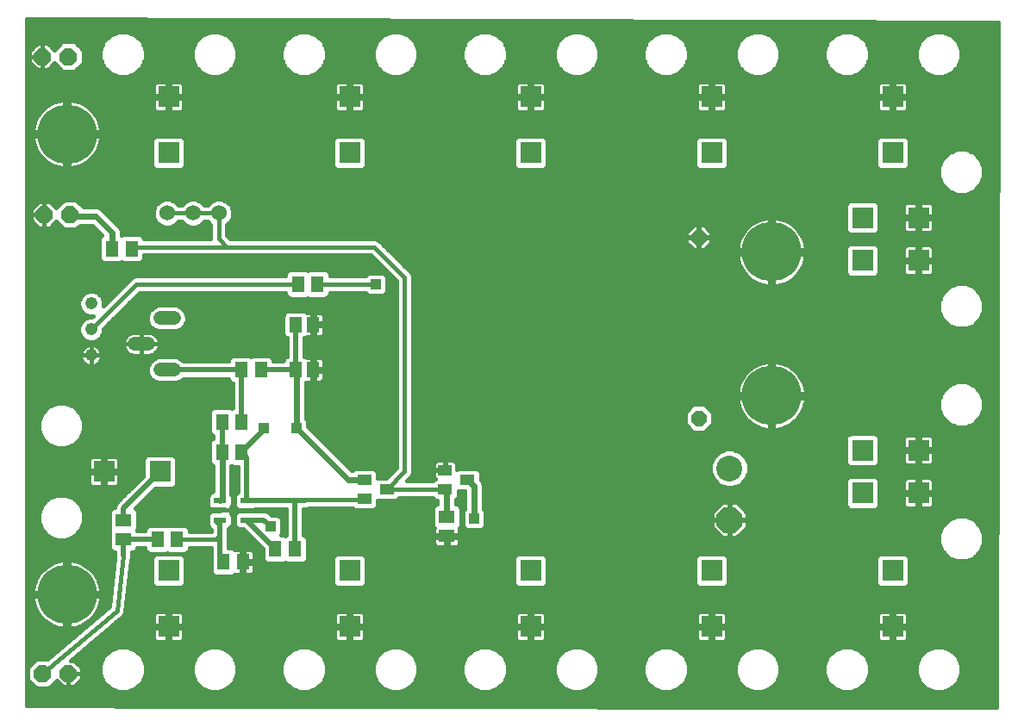
<source format=gbl>
G75*
%MOIN*%
%OFA0B0*%
%FSLAX24Y24*%
%IPPOS*%
%LPD*%
%AMOC8*
5,1,8,0,0,1.08239X$1,22.5*
%
%ADD10C,0.1000*%
%ADD11OC8,0.1000*%
%ADD12R,0.0512X0.0591*%
%ADD13R,0.0472X0.0236*%
%ADD14R,0.0827X0.0827*%
%ADD15R,0.0630X0.0512*%
%ADD16R,0.0512X0.0630*%
%ADD17C,0.0476*%
%ADD18OC8,0.0660*%
%ADD19C,0.0600*%
%ADD20C,0.2300*%
%ADD21R,0.0551X0.0394*%
%ADD22C,0.0520*%
%ADD23OC8,0.0600*%
%ADD24C,0.0160*%
%ADD25C,0.0240*%
%ADD26C,0.0200*%
%ADD27R,0.0396X0.0396*%
D10*
X029771Y011708D03*
D11*
X029771Y009708D03*
D12*
X013668Y015521D03*
X012998Y015521D03*
X012998Y017271D03*
X013668Y017271D03*
D13*
X011097Y010457D03*
X011097Y009709D03*
X010069Y009709D03*
X010069Y010083D03*
X010069Y010457D03*
D14*
X007748Y011583D03*
X005583Y011583D03*
X008083Y007748D03*
X008083Y005583D03*
X015083Y005583D03*
X015083Y007748D03*
X022083Y007748D03*
X022083Y005583D03*
X029083Y005583D03*
X029083Y007748D03*
X034918Y010756D03*
X037083Y010756D03*
X037083Y012410D03*
X034918Y012410D03*
X036083Y007748D03*
X036083Y005583D03*
X037083Y019756D03*
X037083Y021410D03*
X034918Y021410D03*
X034918Y019756D03*
X036083Y023918D03*
X036083Y026083D03*
X029083Y026083D03*
X029083Y023918D03*
X022083Y023918D03*
X022083Y026083D03*
X015083Y026083D03*
X015083Y023918D03*
X008083Y023918D03*
X008083Y026083D03*
D15*
X018833Y009832D03*
X018833Y009084D03*
X006333Y008959D03*
X006333Y009707D03*
D16*
X007647Y008958D03*
X008395Y008958D03*
X010209Y008083D03*
X010957Y008083D03*
X012209Y008583D03*
X012957Y008583D03*
X010895Y012333D03*
X010147Y012333D03*
X010144Y013512D03*
X010892Y013512D03*
X010897Y015521D03*
X011645Y015521D03*
X013084Y018833D03*
X013832Y018833D03*
X006645Y020208D03*
X005897Y020208D03*
D17*
X005083Y018083D03*
X005083Y017083D03*
X005083Y016083D03*
D18*
X004271Y021521D03*
X003271Y021521D03*
X003208Y027646D03*
X004208Y027646D03*
X004208Y003771D03*
X003208Y003771D03*
D19*
X008021Y021583D03*
X009021Y021583D03*
X010021Y021583D03*
D20*
X004146Y024646D03*
X004146Y006833D03*
X031396Y014521D03*
X031396Y020083D03*
D21*
X019641Y011271D03*
X018775Y011645D03*
X018775Y010897D03*
X016516Y010896D03*
X015650Y011270D03*
X015650Y010522D03*
D22*
X008281Y015521D02*
X007761Y015521D01*
X007281Y016521D02*
X006761Y016521D01*
X007761Y017521D02*
X008281Y017521D01*
D23*
X028583Y020646D03*
X028583Y013646D03*
D24*
X009437Y002498D02*
X002583Y002521D01*
X002583Y029083D01*
X040149Y028960D01*
X040089Y002448D01*
X009437Y002498D01*
X009682Y003060D02*
X010028Y003060D01*
X010347Y003192D01*
X010592Y003437D01*
X010725Y003756D01*
X010725Y004103D01*
X010592Y004422D01*
X010347Y004667D01*
X010028Y004799D01*
X009682Y004799D01*
X009362Y004667D01*
X009117Y004422D01*
X008985Y004103D01*
X008985Y003756D01*
X009117Y003437D01*
X009362Y003192D01*
X009682Y003060D01*
X009337Y003217D02*
X006829Y003217D01*
X006804Y003192D02*
X007049Y003437D01*
X007181Y003756D01*
X007181Y004103D01*
X007049Y004422D01*
X006804Y004667D01*
X006484Y004799D01*
X006138Y004799D01*
X005819Y004667D01*
X005574Y004422D01*
X005441Y004103D01*
X005441Y003756D01*
X005574Y003437D01*
X005819Y003192D01*
X006138Y003060D01*
X006484Y003060D01*
X006804Y003192D01*
X006988Y003376D02*
X009178Y003376D01*
X009077Y003534D02*
X007089Y003534D01*
X007155Y003693D02*
X009011Y003693D01*
X008985Y003851D02*
X007181Y003851D01*
X007181Y004010D02*
X008985Y004010D01*
X009012Y004168D02*
X007154Y004168D01*
X007089Y004327D02*
X009078Y004327D01*
X009180Y004485D02*
X006986Y004485D01*
X006828Y004644D02*
X009339Y004644D01*
X008640Y005059D02*
X008664Y005100D01*
X008676Y005146D01*
X008676Y005525D01*
X008141Y005525D01*
X008141Y004990D01*
X008520Y004990D01*
X008566Y005002D01*
X008607Y005026D01*
X008640Y005059D01*
X008669Y005119D02*
X014497Y005119D01*
X014502Y005100D02*
X014526Y005059D01*
X014559Y005026D01*
X014600Y005002D01*
X014646Y004990D01*
X015025Y004990D01*
X015025Y005525D01*
X015141Y005525D01*
X015141Y004990D01*
X015520Y004990D01*
X015566Y005002D01*
X015607Y005026D01*
X015640Y005059D01*
X015664Y005100D01*
X015676Y005146D01*
X015676Y005525D01*
X015141Y005525D01*
X015141Y005641D01*
X015676Y005641D01*
X015676Y006020D01*
X015664Y006066D01*
X015640Y006107D01*
X015607Y006140D01*
X015566Y006164D01*
X015520Y006176D01*
X015141Y006176D01*
X015141Y005641D01*
X015025Y005641D01*
X015025Y005525D01*
X014490Y005525D01*
X014490Y005146D01*
X014502Y005100D01*
X014490Y005278D02*
X008676Y005278D01*
X008676Y005436D02*
X014490Y005436D01*
X014490Y005641D02*
X015025Y005641D01*
X015025Y006176D01*
X014646Y006176D01*
X014600Y006164D01*
X014559Y006140D01*
X014526Y006107D01*
X014502Y006066D01*
X014490Y006020D01*
X014490Y005641D01*
X014490Y005753D02*
X008676Y005753D01*
X008676Y005641D02*
X008141Y005641D01*
X008141Y005525D01*
X008025Y005525D01*
X008025Y004990D01*
X007646Y004990D01*
X007600Y005002D01*
X007559Y005026D01*
X007526Y005059D01*
X007502Y005100D01*
X007490Y005146D01*
X007490Y005525D01*
X008025Y005525D01*
X008025Y005641D01*
X007490Y005641D01*
X007490Y006020D01*
X007502Y006066D01*
X007526Y006107D01*
X007559Y006140D01*
X007600Y006164D01*
X007646Y006176D01*
X008025Y006176D01*
X008025Y005641D01*
X008141Y005641D01*
X008141Y006176D01*
X008520Y006176D01*
X008566Y006164D01*
X008607Y006140D01*
X008640Y006107D01*
X008664Y006066D01*
X008676Y006020D01*
X008676Y005641D01*
X008676Y005912D02*
X014490Y005912D01*
X014504Y006070D02*
X008662Y006070D01*
X008141Y006070D02*
X008025Y006070D01*
X008025Y005912D02*
X008141Y005912D01*
X008141Y005753D02*
X008025Y005753D01*
X008025Y005595D02*
X005854Y005595D01*
X006041Y005753D02*
X007490Y005753D01*
X007490Y005912D02*
X006228Y005912D01*
X006286Y005960D02*
X006331Y005996D01*
X006334Y006001D01*
X006339Y006005D01*
X006365Y006057D01*
X006393Y006107D01*
X006394Y006113D01*
X006397Y006118D01*
X006402Y006176D01*
X006637Y008179D01*
X006673Y008265D01*
X006673Y008463D01*
X006696Y008463D01*
X006784Y008500D01*
X006851Y008567D01*
X006873Y008619D01*
X007085Y008619D01*
X007151Y008619D01*
X007151Y008595D01*
X007187Y008507D01*
X007255Y008440D01*
X007343Y008403D01*
X007950Y008403D01*
X008021Y008432D01*
X008091Y008403D01*
X008698Y008403D01*
X008786Y008440D01*
X008854Y008507D01*
X008890Y008595D01*
X008890Y008638D01*
X009729Y008638D01*
X009729Y008484D01*
X009713Y008446D01*
X009713Y007720D01*
X009750Y007632D01*
X009817Y007565D01*
X009905Y007528D01*
X010513Y007528D01*
X010601Y007565D01*
X010636Y007599D01*
X010677Y007588D01*
X010909Y007588D01*
X010909Y008035D01*
X011005Y008035D01*
X011005Y007588D01*
X011237Y007588D01*
X011282Y007600D01*
X011324Y007624D01*
X011357Y007658D01*
X011381Y007699D01*
X011393Y007744D01*
X011393Y008035D01*
X011005Y008035D01*
X011005Y008131D01*
X010909Y008131D01*
X010909Y008578D01*
X010677Y008578D01*
X010636Y008567D01*
X010601Y008601D01*
X010513Y008638D01*
X010409Y008638D01*
X010409Y009374D01*
X010441Y009387D01*
X010509Y009455D01*
X010545Y009543D01*
X010545Y009875D01*
X010509Y009963D01*
X010485Y009987D01*
X010485Y010083D01*
X010069Y010083D01*
X010069Y010083D01*
X010485Y010083D01*
X010485Y010180D01*
X010509Y010203D01*
X010545Y010291D01*
X010545Y010623D01*
X010509Y010711D01*
X010507Y010713D01*
X010507Y011801D01*
X010521Y011807D01*
X010591Y011778D01*
X010757Y011778D01*
X010757Y010792D01*
X010725Y010779D01*
X010658Y010711D01*
X010621Y010623D01*
X010621Y010291D01*
X010658Y010203D01*
X010725Y010136D01*
X010813Y010099D01*
X011381Y010099D01*
X011425Y010117D01*
X012617Y010117D01*
X012617Y009123D01*
X012583Y009109D01*
X012513Y009138D01*
X012428Y009138D01*
X012459Y009212D01*
X012459Y009704D01*
X012422Y009792D01*
X012355Y009860D01*
X012266Y009896D01*
X012063Y009896D01*
X011962Y009997D01*
X011837Y010049D01*
X011425Y010049D01*
X011381Y010067D01*
X010813Y010067D01*
X010725Y010031D01*
X010658Y009963D01*
X010621Y009875D01*
X010621Y009543D01*
X010658Y009455D01*
X010725Y009387D01*
X010813Y009351D01*
X010960Y009351D01*
X011713Y008598D01*
X011713Y008220D01*
X011750Y008132D01*
X011817Y008065D01*
X011905Y008028D01*
X012513Y008028D01*
X012583Y008057D01*
X012653Y008028D01*
X013261Y008028D01*
X013349Y008065D01*
X013416Y008132D01*
X013453Y008220D01*
X013453Y008946D01*
X013416Y009034D01*
X013349Y009101D01*
X013297Y009123D01*
X013297Y010117D01*
X013397Y010117D01*
X013514Y010166D01*
X015194Y010166D01*
X015238Y010121D01*
X015327Y010085D01*
X015973Y010085D01*
X016062Y010121D01*
X016129Y010189D01*
X016166Y010277D01*
X016166Y010470D01*
X016193Y010459D01*
X016839Y010459D01*
X016928Y010495D01*
X016995Y010563D01*
X017001Y010577D01*
X018291Y010577D01*
X018296Y010564D01*
X018363Y010496D01*
X018452Y010460D01*
X018473Y010460D01*
X018473Y010328D01*
X018470Y010328D01*
X018382Y010291D01*
X018315Y010224D01*
X018278Y010136D01*
X018278Y009528D01*
X018315Y009440D01*
X018349Y009406D01*
X018338Y009364D01*
X018338Y009132D01*
X018785Y009132D01*
X018785Y009036D01*
X018881Y009036D01*
X018881Y008648D01*
X019172Y008648D01*
X019218Y008660D01*
X019259Y008684D01*
X019292Y008718D01*
X019316Y008759D01*
X019328Y008804D01*
X019328Y009036D01*
X018881Y009036D01*
X018881Y009132D01*
X019328Y009132D01*
X019328Y009364D01*
X019317Y009406D01*
X019351Y009440D01*
X019388Y009528D01*
X019388Y010136D01*
X019351Y010224D01*
X019284Y010291D01*
X019196Y010328D01*
X019193Y010328D01*
X019193Y010503D01*
X019254Y010564D01*
X019291Y010652D01*
X019291Y010845D01*
X019318Y010834D01*
X019536Y010834D01*
X019536Y010146D01*
X019494Y010105D01*
X019457Y010016D01*
X019457Y009525D01*
X019494Y009437D01*
X019562Y009369D01*
X019650Y009332D01*
X020141Y009332D01*
X020230Y009369D01*
X020297Y009437D01*
X020334Y009525D01*
X020334Y010016D01*
X020297Y010105D01*
X020256Y010146D01*
X020256Y011088D01*
X020201Y011220D01*
X020157Y011264D01*
X020157Y011515D01*
X020120Y011603D01*
X020053Y011671D01*
X019964Y011707D01*
X019318Y011707D01*
X019231Y011671D01*
X019231Y011865D01*
X019218Y011911D01*
X019195Y011952D01*
X019161Y011985D01*
X019120Y012009D01*
X019074Y012021D01*
X018793Y012021D01*
X018793Y011663D01*
X018757Y011663D01*
X018757Y012021D01*
X018476Y012021D01*
X018430Y012009D01*
X018389Y011985D01*
X018355Y011952D01*
X018332Y011911D01*
X018319Y011865D01*
X018319Y011663D01*
X018757Y011663D01*
X018757Y011626D01*
X018319Y011626D01*
X018319Y011424D01*
X018332Y011378D01*
X018355Y011337D01*
X018386Y011306D01*
X018363Y011297D01*
X018296Y011229D01*
X018291Y011217D01*
X017290Y011217D01*
X017389Y011316D01*
X017479Y011406D01*
X017528Y011524D01*
X017528Y019147D01*
X017479Y019264D01*
X016292Y020452D01*
X016202Y020542D01*
X016084Y020591D01*
X010466Y020591D01*
X010341Y020716D01*
X010341Y021139D01*
X010478Y021277D01*
X010561Y021476D01*
X010561Y021690D01*
X010478Y021889D01*
X010326Y022041D01*
X010128Y022123D01*
X009913Y022123D01*
X009715Y022041D01*
X009577Y021903D01*
X009464Y021903D01*
X009326Y022041D01*
X009128Y022123D01*
X008913Y022123D01*
X008715Y022041D01*
X008577Y021903D01*
X008464Y021903D01*
X008326Y022041D01*
X008128Y022123D01*
X007913Y022123D01*
X007715Y022041D01*
X007563Y021889D01*
X007481Y021690D01*
X007481Y021476D01*
X007563Y021277D01*
X007715Y021125D01*
X007913Y021043D01*
X008128Y021043D01*
X008326Y021125D01*
X008464Y021263D01*
X008577Y021263D01*
X008715Y021125D01*
X008913Y021043D01*
X009128Y021043D01*
X009326Y021125D01*
X009464Y021263D01*
X009577Y021263D01*
X009701Y021139D01*
X009701Y020591D01*
X007132Y020591D01*
X007104Y020659D01*
X007036Y020726D01*
X006948Y020763D01*
X006341Y020763D01*
X006271Y020734D01*
X006257Y020740D01*
X006257Y020904D01*
X006202Y021036D01*
X005576Y021662D01*
X005474Y021763D01*
X005342Y021818D01*
X004779Y021818D01*
X004507Y022091D01*
X004034Y022091D01*
X003728Y021784D01*
X003482Y022031D01*
X003271Y022031D01*
X003271Y021521D01*
X003271Y021521D01*
X003271Y022031D01*
X003059Y022031D01*
X002761Y021732D01*
X002761Y021521D01*
X003271Y021521D01*
X003271Y021011D01*
X003482Y021011D01*
X003728Y021257D01*
X004034Y020951D01*
X004507Y020951D01*
X004654Y021098D01*
X005121Y021098D01*
X005499Y020721D01*
X005437Y020659D01*
X005401Y020571D01*
X005401Y019845D01*
X005437Y019757D01*
X005505Y019690D01*
X005593Y019653D01*
X006200Y019653D01*
X006271Y019682D01*
X006341Y019653D01*
X006948Y019653D01*
X007036Y019690D01*
X007104Y019757D01*
X007140Y019845D01*
X007140Y019951D01*
X015888Y019951D01*
X016888Y018951D01*
X016888Y011720D01*
X016500Y011332D01*
X016193Y011332D01*
X016166Y011321D01*
X016166Y011514D01*
X016129Y011602D01*
X016062Y011670D01*
X015973Y011706D01*
X015327Y011706D01*
X015238Y011670D01*
X015198Y011630D01*
X015171Y011630D01*
X013459Y013342D01*
X013459Y013516D01*
X013422Y013605D01*
X013381Y013646D01*
X013381Y015018D01*
X013390Y015022D01*
X013414Y015045D01*
X013620Y015045D01*
X013620Y015473D01*
X013716Y015473D01*
X013716Y015569D01*
X013620Y015569D01*
X013620Y015996D01*
X013414Y015996D01*
X013390Y016019D01*
X013338Y016041D01*
X013338Y016750D01*
X013390Y016772D01*
X013414Y016795D01*
X013620Y016795D01*
X013620Y017223D01*
X013716Y017223D01*
X013716Y017319D01*
X013620Y017319D01*
X013620Y017746D01*
X013414Y017746D01*
X013390Y017769D01*
X013302Y017806D01*
X012695Y017806D01*
X012607Y017769D01*
X012539Y017702D01*
X012503Y017614D01*
X012503Y016928D01*
X012539Y016839D01*
X012607Y016772D01*
X012658Y016750D01*
X012658Y016041D01*
X012607Y016019D01*
X012539Y015952D01*
X012503Y015864D01*
X012503Y015861D01*
X012140Y015861D01*
X012140Y015883D01*
X012104Y015971D01*
X012036Y016039D01*
X011948Y016076D01*
X011341Y016076D01*
X011271Y016046D01*
X011200Y016076D01*
X010593Y016076D01*
X010505Y016039D01*
X010437Y015971D01*
X010401Y015883D01*
X010401Y015858D01*
X008650Y015858D01*
X008564Y015944D01*
X008380Y016021D01*
X007661Y016021D01*
X007477Y015944D01*
X007337Y015804D01*
X007261Y015620D01*
X007261Y015421D01*
X007337Y015237D01*
X007477Y015097D01*
X007661Y015021D01*
X008380Y015021D01*
X008564Y015097D01*
X008645Y015178D01*
X010401Y015178D01*
X010401Y015158D01*
X010437Y015070D01*
X010505Y015002D01*
X010552Y014983D01*
X010552Y014052D01*
X010518Y014038D01*
X010448Y014067D01*
X009840Y014067D01*
X009752Y014030D01*
X009685Y013963D01*
X009648Y013875D01*
X009648Y013149D01*
X009685Y013061D01*
X009752Y012993D01*
X009807Y012971D01*
X009807Y012873D01*
X009755Y012851D01*
X009687Y012784D01*
X009651Y012696D01*
X009651Y011970D01*
X009687Y011882D01*
X009755Y011815D01*
X009787Y011801D01*
X009787Y010815D01*
X009785Y010815D01*
X009697Y010779D01*
X009629Y010711D01*
X009593Y010623D01*
X009593Y010291D01*
X009629Y010203D01*
X009653Y010180D01*
X009653Y010083D01*
X009653Y009987D01*
X009629Y009963D01*
X009593Y009875D01*
X009593Y009543D01*
X009603Y009518D01*
X009603Y009515D01*
X009655Y009390D01*
X009729Y009316D01*
X009729Y009278D01*
X008890Y009278D01*
X008890Y009321D01*
X008854Y009409D01*
X008786Y009476D01*
X008698Y009513D01*
X008091Y009513D01*
X008021Y009484D01*
X007950Y009513D01*
X007343Y009513D01*
X007255Y009476D01*
X007187Y009409D01*
X007151Y009321D01*
X007151Y009299D01*
X007085Y009299D01*
X007018Y009299D01*
X007018Y009299D01*
X006873Y009299D01*
X006859Y009333D01*
X006888Y009403D01*
X006888Y010011D01*
X006851Y010099D01*
X006798Y010152D01*
X007576Y010930D01*
X008210Y010930D01*
X008298Y010966D01*
X008365Y011034D01*
X008402Y011122D01*
X008402Y012044D01*
X008365Y012132D01*
X008298Y012200D01*
X008210Y012236D01*
X007287Y012236D01*
X007199Y012200D01*
X007132Y012132D01*
X007095Y012044D01*
X007095Y011411D01*
X006140Y010456D01*
X006045Y010360D01*
X005993Y010235D01*
X005993Y010203D01*
X005970Y010203D01*
X005882Y010166D01*
X005815Y010099D01*
X005778Y010011D01*
X005778Y009403D01*
X005807Y009333D01*
X005778Y009263D01*
X005778Y008655D01*
X005815Y008567D01*
X005882Y008500D01*
X005970Y008463D01*
X005993Y008463D01*
X005993Y008265D01*
X006001Y008247D01*
X005780Y006371D01*
X003386Y004341D01*
X002972Y004341D01*
X002638Y004007D01*
X002638Y003534D01*
X002583Y003534D01*
X002638Y003534D02*
X002972Y003201D01*
X003444Y003201D01*
X003750Y003507D01*
X003997Y003261D01*
X004208Y003261D01*
X004208Y003771D01*
X004718Y003771D01*
X004718Y003982D01*
X004419Y004281D01*
X004304Y004281D01*
X006286Y005960D01*
X006373Y006070D02*
X007504Y006070D01*
X007490Y005436D02*
X005667Y005436D01*
X005480Y005278D02*
X007490Y005278D01*
X007497Y005119D02*
X005293Y005119D01*
X005106Y004961D02*
X040094Y004961D01*
X040095Y005119D02*
X036669Y005119D01*
X036664Y005100D02*
X036676Y005146D01*
X036676Y005525D01*
X036141Y005525D01*
X036141Y004990D01*
X036520Y004990D01*
X036566Y005002D01*
X036607Y005026D01*
X036640Y005059D01*
X036664Y005100D01*
X036676Y005278D02*
X040095Y005278D01*
X040096Y005436D02*
X036676Y005436D01*
X036676Y005641D02*
X036676Y006020D01*
X036664Y006066D01*
X036640Y006107D01*
X036607Y006140D01*
X036566Y006164D01*
X036520Y006176D01*
X036141Y006176D01*
X036141Y005641D01*
X036676Y005641D01*
X036676Y005753D02*
X040096Y005753D01*
X040096Y005595D02*
X036141Y005595D01*
X036141Y005641D02*
X036141Y005525D01*
X036025Y005525D01*
X036025Y004990D01*
X035646Y004990D01*
X035600Y005002D01*
X035559Y005026D01*
X035526Y005059D01*
X035502Y005100D01*
X035490Y005146D01*
X035490Y005525D01*
X036025Y005525D01*
X036025Y005641D01*
X035490Y005641D01*
X035490Y006020D01*
X035502Y006066D01*
X035526Y006107D01*
X035559Y006140D01*
X035600Y006164D01*
X035646Y006176D01*
X036025Y006176D01*
X036025Y005641D01*
X036141Y005641D01*
X036141Y005753D02*
X036025Y005753D01*
X036025Y005595D02*
X029141Y005595D01*
X029141Y005641D02*
X029676Y005641D01*
X029676Y006020D01*
X029664Y006066D01*
X029640Y006107D01*
X029607Y006140D01*
X029566Y006164D01*
X029520Y006176D01*
X029141Y006176D01*
X029141Y005641D01*
X029141Y005525D01*
X029141Y004990D01*
X029520Y004990D01*
X029566Y005002D01*
X029607Y005026D01*
X029640Y005059D01*
X029664Y005100D01*
X029676Y005146D01*
X029676Y005525D01*
X029141Y005525D01*
X029025Y005525D01*
X029025Y004990D01*
X028646Y004990D01*
X028600Y005002D01*
X028559Y005026D01*
X028526Y005059D01*
X028502Y005100D01*
X028490Y005146D01*
X028490Y005525D01*
X029025Y005525D01*
X029025Y005641D01*
X028490Y005641D01*
X028490Y006020D01*
X028502Y006066D01*
X028526Y006107D01*
X028559Y006140D01*
X028600Y006164D01*
X028646Y006176D01*
X029025Y006176D01*
X029025Y005641D01*
X029141Y005641D01*
X029141Y005753D02*
X029025Y005753D01*
X029025Y005595D02*
X022141Y005595D01*
X022141Y005641D02*
X022676Y005641D01*
X022676Y006020D01*
X022664Y006066D01*
X022640Y006107D01*
X022607Y006140D01*
X022566Y006164D01*
X022520Y006176D01*
X022141Y006176D01*
X022141Y005641D01*
X022141Y005525D01*
X022141Y004990D01*
X022520Y004990D01*
X022566Y005002D01*
X022607Y005026D01*
X022640Y005059D01*
X022664Y005100D01*
X022676Y005146D01*
X022676Y005525D01*
X022141Y005525D01*
X022025Y005525D01*
X022025Y004990D01*
X021646Y004990D01*
X021600Y005002D01*
X021559Y005026D01*
X021526Y005059D01*
X021502Y005100D01*
X021490Y005146D01*
X021490Y005525D01*
X022025Y005525D01*
X022025Y005641D01*
X021490Y005641D01*
X021490Y006020D01*
X021502Y006066D01*
X021526Y006107D01*
X021559Y006140D01*
X021600Y006164D01*
X021646Y006176D01*
X022025Y006176D01*
X022025Y005641D01*
X022141Y005641D01*
X022141Y005753D02*
X022025Y005753D01*
X022025Y005595D02*
X015141Y005595D01*
X015025Y005595D02*
X008141Y005595D01*
X008141Y005436D02*
X008025Y005436D01*
X008025Y005278D02*
X008141Y005278D01*
X008141Y005119D02*
X008025Y005119D01*
X006408Y006229D02*
X040097Y006229D01*
X040098Y006387D02*
X006426Y006387D01*
X006445Y006546D02*
X040098Y006546D01*
X040098Y006704D02*
X006464Y006704D01*
X006482Y006863D02*
X040099Y006863D01*
X040099Y007021D02*
X006501Y007021D01*
X006520Y007180D02*
X007486Y007180D01*
X007466Y007199D02*
X007534Y007132D01*
X007622Y007095D01*
X008544Y007095D01*
X008632Y007132D01*
X008700Y007199D01*
X008736Y007287D01*
X008736Y008210D01*
X008700Y008298D01*
X008632Y008365D01*
X008544Y008402D01*
X007622Y008402D01*
X007534Y008365D01*
X007466Y008298D01*
X007430Y008210D01*
X007430Y007287D01*
X007466Y007199D01*
X007430Y007338D02*
X006538Y007338D01*
X006557Y007497D02*
X007430Y007497D01*
X007430Y007655D02*
X006576Y007655D01*
X006594Y007814D02*
X007430Y007814D01*
X007430Y007972D02*
X006613Y007972D01*
X006631Y008131D02*
X007430Y008131D01*
X007463Y008289D02*
X006673Y008289D01*
X006673Y008448D02*
X007247Y008448D01*
X007151Y008606D02*
X006868Y008606D01*
X006333Y008333D02*
X006083Y006208D01*
X003208Y003771D01*
X002797Y003376D02*
X002583Y003376D01*
X002583Y003217D02*
X002955Y003217D01*
X002583Y003059D02*
X040090Y003059D01*
X040090Y003217D02*
X038373Y003217D01*
X038347Y003192D02*
X038592Y003437D01*
X038725Y003756D01*
X038725Y004103D01*
X038592Y004422D01*
X038347Y004667D01*
X038028Y004799D01*
X037682Y004799D01*
X037362Y004667D01*
X037117Y004422D01*
X036985Y004103D01*
X036985Y003756D01*
X037117Y003437D01*
X037362Y003192D01*
X037682Y003060D01*
X038028Y003060D01*
X038347Y003192D01*
X038531Y003376D02*
X040091Y003376D01*
X040091Y003534D02*
X038633Y003534D01*
X038698Y003693D02*
X040092Y003693D01*
X040092Y003851D02*
X038725Y003851D01*
X038725Y004010D02*
X040092Y004010D01*
X040093Y004168D02*
X038698Y004168D01*
X038632Y004327D02*
X040093Y004327D01*
X040093Y004485D02*
X038529Y004485D01*
X038371Y004644D02*
X040094Y004644D01*
X040094Y004802D02*
X004920Y004802D01*
X004733Y004644D02*
X005795Y004644D01*
X005637Y004485D02*
X004546Y004485D01*
X004359Y004327D02*
X005534Y004327D01*
X005469Y004168D02*
X004532Y004168D01*
X004690Y004010D02*
X005441Y004010D01*
X005441Y003851D02*
X004718Y003851D01*
X004718Y003771D02*
X004208Y003771D01*
X004208Y003771D01*
X004208Y003771D01*
X004208Y003261D01*
X004419Y003261D01*
X004718Y003559D01*
X004718Y003771D01*
X004718Y003693D02*
X005468Y003693D01*
X005534Y003534D02*
X004693Y003534D01*
X004534Y003376D02*
X005635Y003376D01*
X005794Y003217D02*
X003461Y003217D01*
X003619Y003376D02*
X003882Y003376D01*
X004208Y003376D02*
X004208Y003376D01*
X004208Y003534D02*
X004208Y003534D01*
X004208Y003693D02*
X004208Y003693D01*
X003556Y004485D02*
X002583Y004485D01*
X002583Y004327D02*
X002958Y004327D01*
X002799Y004168D02*
X002583Y004168D01*
X002583Y004010D02*
X002641Y004010D01*
X002638Y003851D02*
X002583Y003851D01*
X002583Y003693D02*
X002638Y003693D01*
X002583Y002900D02*
X040090Y002900D01*
X040089Y002742D02*
X002583Y002742D01*
X002583Y002583D02*
X040089Y002583D01*
X037337Y003217D02*
X034829Y003217D01*
X034804Y003192D02*
X035049Y003437D01*
X035181Y003756D01*
X035181Y004103D01*
X035049Y004422D01*
X034804Y004667D01*
X034484Y004799D01*
X034138Y004799D01*
X033819Y004667D01*
X033574Y004422D01*
X033441Y004103D01*
X033441Y003756D01*
X033574Y003437D01*
X033819Y003192D01*
X034138Y003060D01*
X034484Y003060D01*
X034804Y003192D01*
X034988Y003376D02*
X037178Y003376D01*
X037077Y003534D02*
X035089Y003534D01*
X035155Y003693D02*
X037011Y003693D01*
X036985Y003851D02*
X035181Y003851D01*
X035181Y004010D02*
X036985Y004010D01*
X037012Y004168D02*
X035154Y004168D01*
X035089Y004327D02*
X037078Y004327D01*
X037180Y004485D02*
X034986Y004485D01*
X034828Y004644D02*
X037339Y004644D01*
X036141Y005119D02*
X036025Y005119D01*
X036025Y005278D02*
X036141Y005278D01*
X036141Y005436D02*
X036025Y005436D01*
X036025Y005912D02*
X036141Y005912D01*
X036141Y006070D02*
X036025Y006070D01*
X035504Y006070D02*
X029662Y006070D01*
X029676Y005912D02*
X035490Y005912D01*
X035490Y005753D02*
X029676Y005753D01*
X029676Y005436D02*
X035490Y005436D01*
X035490Y005278D02*
X029676Y005278D01*
X029669Y005119D02*
X035497Y005119D01*
X036676Y005912D02*
X040097Y005912D01*
X040097Y006070D02*
X036662Y006070D01*
X036544Y007095D02*
X035622Y007095D01*
X035534Y007132D01*
X035466Y007199D01*
X035430Y007287D01*
X035430Y008210D01*
X035466Y008298D01*
X035534Y008365D01*
X035622Y008402D01*
X036544Y008402D01*
X036632Y008365D01*
X036700Y008298D01*
X036736Y008210D01*
X036736Y007287D01*
X036700Y007199D01*
X036632Y007132D01*
X036544Y007095D01*
X036680Y007180D02*
X040100Y007180D01*
X040100Y007338D02*
X036736Y007338D01*
X036736Y007497D02*
X040100Y007497D01*
X040101Y007655D02*
X036736Y007655D01*
X036736Y007814D02*
X040101Y007814D01*
X040101Y007972D02*
X036736Y007972D01*
X036736Y008131D02*
X038525Y008131D01*
X038564Y008115D02*
X038910Y008115D01*
X039229Y008247D01*
X039474Y008492D01*
X039607Y008812D01*
X039607Y009158D01*
X039474Y009477D01*
X039229Y009722D01*
X038910Y009855D01*
X038564Y009855D01*
X038244Y009722D01*
X037999Y009477D01*
X037867Y009158D01*
X037867Y008812D01*
X037999Y008492D01*
X038244Y008247D01*
X038564Y008115D01*
X038948Y008131D02*
X040102Y008131D01*
X040102Y008289D02*
X039271Y008289D01*
X039430Y008448D02*
X040102Y008448D01*
X040103Y008606D02*
X039521Y008606D01*
X039587Y008765D02*
X040103Y008765D01*
X040104Y008923D02*
X039607Y008923D01*
X039607Y009082D02*
X040104Y009082D01*
X040104Y009240D02*
X039572Y009240D01*
X039507Y009399D02*
X040105Y009399D01*
X040105Y009557D02*
X039394Y009557D01*
X039236Y009716D02*
X040105Y009716D01*
X040106Y009874D02*
X030451Y009874D01*
X030451Y009990D02*
X030052Y010388D01*
X029791Y010388D01*
X029791Y009728D01*
X030451Y009728D01*
X030451Y009990D01*
X030408Y010033D02*
X040106Y010033D01*
X040106Y010191D02*
X037593Y010191D01*
X037607Y010199D02*
X037640Y010232D01*
X037664Y010273D01*
X037676Y010319D01*
X037676Y010699D01*
X037141Y010699D01*
X037141Y010814D01*
X037676Y010814D01*
X037676Y011193D01*
X037664Y011239D01*
X037640Y011280D01*
X037607Y011314D01*
X037566Y011337D01*
X037520Y011350D01*
X037141Y011350D01*
X037141Y010814D01*
X037025Y010814D01*
X037025Y010699D01*
X036490Y010699D01*
X036490Y010319D01*
X036502Y010273D01*
X036526Y010232D01*
X036559Y010199D01*
X036600Y010175D01*
X036646Y010163D01*
X037025Y010163D01*
X037025Y010698D01*
X037141Y010698D01*
X037141Y010163D01*
X037520Y010163D01*
X037566Y010175D01*
X037607Y010199D01*
X037676Y010350D02*
X040107Y010350D01*
X040107Y010508D02*
X037676Y010508D01*
X037676Y010667D02*
X040108Y010667D01*
X040108Y010825D02*
X037676Y010825D01*
X037676Y010984D02*
X040108Y010984D01*
X040109Y011142D02*
X037676Y011142D01*
X037620Y011301D02*
X040109Y011301D01*
X040109Y011459D02*
X030468Y011459D01*
X030511Y011561D02*
X030398Y011289D01*
X030190Y011081D01*
X029918Y010968D01*
X029623Y010968D01*
X029351Y011081D01*
X029143Y011289D01*
X029031Y011561D01*
X029031Y011855D01*
X029143Y012127D01*
X029351Y012335D01*
X029623Y012448D01*
X029918Y012448D01*
X030190Y012335D01*
X030398Y012127D01*
X030511Y011855D01*
X030511Y011561D01*
X030511Y011618D02*
X040110Y011618D01*
X040110Y011776D02*
X035426Y011776D01*
X035467Y011793D02*
X035535Y011861D01*
X035571Y011949D01*
X035571Y012871D01*
X035535Y012959D01*
X035467Y013027D01*
X035379Y013063D01*
X034457Y013063D01*
X034368Y013027D01*
X034301Y012959D01*
X034264Y012871D01*
X034264Y011949D01*
X034301Y011861D01*
X034368Y011793D01*
X034457Y011756D01*
X035379Y011756D01*
X035467Y011793D01*
X035565Y011935D02*
X036500Y011935D01*
X036502Y011927D02*
X036526Y011886D01*
X036559Y011852D01*
X036600Y011829D01*
X036646Y011816D01*
X037025Y011816D01*
X037025Y012352D01*
X036490Y012352D01*
X036490Y011973D01*
X036502Y011927D01*
X036490Y012093D02*
X035571Y012093D01*
X035571Y012252D02*
X036490Y012252D01*
X036490Y012468D02*
X036490Y012847D01*
X036502Y012893D01*
X036526Y012934D01*
X036559Y012967D01*
X036600Y012991D01*
X036646Y013003D01*
X037025Y013003D01*
X037025Y012468D01*
X037141Y012468D01*
X037141Y013003D01*
X037520Y013003D01*
X037566Y012991D01*
X037607Y012967D01*
X037640Y012934D01*
X037664Y012893D01*
X037676Y012847D01*
X037676Y012468D01*
X037141Y012468D01*
X037141Y012352D01*
X037676Y012352D01*
X037676Y011973D01*
X037664Y011927D01*
X037640Y011886D01*
X037607Y011852D01*
X037566Y011829D01*
X037520Y011816D01*
X037141Y011816D01*
X037141Y012352D01*
X037025Y012352D01*
X037025Y012468D01*
X036490Y012468D01*
X036490Y012569D02*
X035571Y012569D01*
X035571Y012727D02*
X036490Y012727D01*
X036500Y012886D02*
X035565Y012886D01*
X035425Y013044D02*
X040113Y013044D01*
X040113Y012886D02*
X037666Y012886D01*
X037676Y012727D02*
X040112Y012727D01*
X040112Y012569D02*
X037676Y012569D01*
X037676Y012252D02*
X040111Y012252D01*
X040111Y012410D02*
X037141Y012410D01*
X037025Y012410D02*
X035571Y012410D01*
X035379Y011410D02*
X034457Y011410D01*
X034368Y011373D01*
X034301Y011306D01*
X034264Y011217D01*
X034264Y010295D01*
X034301Y010207D01*
X034368Y010139D01*
X034457Y010103D01*
X035379Y010103D01*
X035467Y010139D01*
X035535Y010207D01*
X035571Y010295D01*
X035571Y011217D01*
X035535Y011306D01*
X035467Y011373D01*
X035379Y011410D01*
X035537Y011301D02*
X036546Y011301D01*
X036559Y011314D02*
X036526Y011280D01*
X036502Y011239D01*
X036490Y011193D01*
X036490Y010814D01*
X037025Y010814D01*
X037025Y011350D01*
X036646Y011350D01*
X036600Y011337D01*
X036559Y011314D01*
X036490Y011142D02*
X035571Y011142D01*
X035571Y010984D02*
X036490Y010984D01*
X036490Y010825D02*
X035571Y010825D01*
X035571Y010667D02*
X036490Y010667D01*
X036490Y010508D02*
X035571Y010508D01*
X035571Y010350D02*
X036490Y010350D01*
X036573Y010191D02*
X035519Y010191D01*
X034317Y010191D02*
X030249Y010191D01*
X030091Y010350D02*
X034264Y010350D01*
X034264Y010508D02*
X020256Y010508D01*
X020256Y010350D02*
X029450Y010350D01*
X029489Y010388D02*
X029091Y009990D01*
X029091Y009728D01*
X029751Y009728D01*
X029751Y010388D01*
X029489Y010388D01*
X029751Y010350D02*
X029791Y010350D01*
X029791Y010191D02*
X029751Y010191D01*
X029751Y010033D02*
X029791Y010033D01*
X029791Y009874D02*
X029751Y009874D01*
X029751Y009728D02*
X029791Y009728D01*
X029791Y009688D01*
X030451Y009688D01*
X030451Y009426D01*
X030052Y009028D01*
X029791Y009028D01*
X029791Y009688D01*
X029751Y009688D01*
X029751Y009028D01*
X029489Y009028D01*
X029091Y009426D01*
X029091Y009688D01*
X029751Y009688D01*
X029751Y009728D01*
X029751Y009716D02*
X020334Y009716D01*
X020334Y009874D02*
X029091Y009874D01*
X029133Y010033D02*
X020327Y010033D01*
X020256Y010191D02*
X029292Y010191D01*
X029091Y009557D02*
X020334Y009557D01*
X020259Y009399D02*
X029118Y009399D01*
X029277Y009240D02*
X019328Y009240D01*
X019319Y009399D02*
X019532Y009399D01*
X019457Y009557D02*
X019388Y009557D01*
X019388Y009716D02*
X019457Y009716D01*
X019457Y009874D02*
X019388Y009874D01*
X019388Y010033D02*
X019464Y010033D01*
X019536Y010191D02*
X019365Y010191D01*
X019536Y010350D02*
X019193Y010350D01*
X019198Y010508D02*
X019536Y010508D01*
X019536Y010667D02*
X019291Y010667D01*
X019291Y010825D02*
X019536Y010825D01*
X018833Y010838D02*
X018775Y010897D01*
X016517Y010897D01*
X016516Y010896D01*
X017208Y011588D01*
X017208Y019083D01*
X016021Y020271D01*
X010333Y020271D01*
X010021Y020583D01*
X010021Y021583D01*
X009021Y021583D01*
X008021Y021583D01*
X008235Y022079D02*
X008806Y022079D01*
X008594Y021920D02*
X008447Y021920D01*
X007806Y022079D02*
X004519Y022079D01*
X004677Y021920D02*
X007594Y021920D01*
X007510Y021762D02*
X005476Y021762D01*
X005635Y021603D02*
X007481Y021603D01*
X007493Y021445D02*
X005793Y021445D01*
X005952Y021286D02*
X007559Y021286D01*
X007712Y021128D02*
X006110Y021128D01*
X006229Y020969D02*
X009701Y020969D01*
X009701Y020811D02*
X006257Y020811D01*
X006707Y020271D02*
X006645Y020208D01*
X006707Y020271D02*
X010333Y020271D01*
X010404Y020652D02*
X028563Y020652D01*
X028563Y020666D02*
X028563Y020626D01*
X028103Y020626D01*
X028103Y020447D01*
X028384Y020166D01*
X028563Y020166D01*
X028563Y020626D01*
X028603Y020626D01*
X028603Y020666D01*
X028563Y020666D01*
X028563Y021126D01*
X028384Y021126D01*
X028103Y020844D01*
X028103Y020666D01*
X028563Y020666D01*
X028603Y020666D02*
X028603Y021126D01*
X028782Y021126D01*
X029063Y020844D01*
X029063Y020666D01*
X028603Y020666D01*
X028603Y020652D02*
X030192Y020652D01*
X030142Y020532D01*
X030104Y020407D01*
X030078Y020278D01*
X030067Y020163D01*
X031316Y020163D01*
X031316Y021412D01*
X031200Y021400D01*
X031072Y021375D01*
X030947Y021337D01*
X030826Y021287D01*
X030711Y021225D01*
X030602Y021153D01*
X030501Y021070D01*
X030409Y020977D01*
X030326Y020876D01*
X030253Y020768D01*
X030192Y020652D01*
X030130Y020494D02*
X029063Y020494D01*
X029063Y020447D02*
X029063Y020626D01*
X028603Y020626D01*
X028603Y020166D01*
X028782Y020166D01*
X029063Y020447D01*
X028951Y020335D02*
X030090Y020335D01*
X030068Y020177D02*
X028793Y020177D01*
X028603Y020177D02*
X028563Y020177D01*
X028563Y020335D02*
X028603Y020335D01*
X028603Y020494D02*
X028563Y020494D01*
X028563Y020811D02*
X028603Y020811D01*
X028603Y020969D02*
X028563Y020969D01*
X028228Y020969D02*
X010341Y020969D01*
X010341Y020811D02*
X028103Y020811D01*
X028103Y020494D02*
X016250Y020494D01*
X016409Y020335D02*
X028215Y020335D01*
X028373Y020177D02*
X016567Y020177D01*
X016726Y020018D02*
X031316Y020018D01*
X031316Y020003D02*
X030067Y020003D01*
X030078Y019888D01*
X030104Y019760D01*
X030142Y019634D01*
X030192Y019514D01*
X030253Y019398D01*
X030326Y019290D01*
X030409Y019189D01*
X030501Y019096D01*
X030602Y019014D01*
X030711Y018941D01*
X030826Y018879D01*
X030947Y018829D01*
X031072Y018791D01*
X031200Y018766D01*
X031316Y018755D01*
X031316Y020003D01*
X031476Y020003D01*
X031476Y020163D01*
X032724Y020163D01*
X032713Y020278D01*
X032687Y020407D01*
X032649Y020532D01*
X032599Y020652D01*
X040130Y020652D01*
X040130Y020494D02*
X032661Y020494D01*
X032701Y020335D02*
X034330Y020335D01*
X034301Y020306D02*
X034264Y020217D01*
X034264Y019295D01*
X034301Y019207D01*
X034368Y019139D01*
X034457Y019103D01*
X035379Y019103D01*
X035467Y019139D01*
X035535Y019207D01*
X035571Y019295D01*
X035571Y020217D01*
X035535Y020306D01*
X035467Y020373D01*
X035379Y020410D01*
X034457Y020410D01*
X034368Y020373D01*
X034301Y020306D01*
X034264Y020177D02*
X032723Y020177D01*
X032724Y020003D02*
X031476Y020003D01*
X031476Y018755D01*
X031591Y018766D01*
X031719Y018791D01*
X031844Y018829D01*
X031965Y018879D01*
X032080Y018941D01*
X032189Y019014D01*
X032290Y019096D01*
X032382Y019189D01*
X032465Y019290D01*
X032538Y019398D01*
X032599Y019514D01*
X032649Y019634D01*
X032687Y019760D01*
X032713Y019888D01*
X032724Y020003D01*
X032707Y019860D02*
X034264Y019860D01*
X034264Y020018D02*
X031476Y020018D01*
X031476Y020163D02*
X031316Y020163D01*
X031316Y020003D01*
X031316Y019860D02*
X031476Y019860D01*
X031476Y019701D02*
X031316Y019701D01*
X031316Y019543D02*
X031476Y019543D01*
X031476Y019384D02*
X031316Y019384D01*
X031316Y019226D02*
X031476Y019226D01*
X031476Y019067D02*
X031316Y019067D01*
X031316Y018909D02*
X031476Y018909D01*
X030771Y018909D02*
X017528Y018909D01*
X017528Y019067D02*
X030537Y019067D01*
X030379Y019226D02*
X017495Y019226D01*
X017360Y019384D02*
X030263Y019384D01*
X030180Y019543D02*
X017201Y019543D01*
X017043Y019701D02*
X030122Y019701D01*
X030084Y019860D02*
X016884Y019860D01*
X016454Y019384D02*
X014145Y019384D01*
X014136Y019388D02*
X013528Y019388D01*
X013458Y019359D01*
X013388Y019388D01*
X012780Y019388D01*
X012692Y019351D01*
X012625Y019284D01*
X012588Y019196D01*
X012588Y019153D01*
X006769Y019153D01*
X006652Y019104D01*
X005561Y018013D01*
X005561Y018178D01*
X005488Y018354D01*
X005354Y018488D01*
X005178Y018561D01*
X004988Y018561D01*
X004812Y018488D01*
X004678Y018354D01*
X004605Y018178D01*
X004605Y017988D01*
X004678Y017812D01*
X004812Y017678D01*
X004988Y017605D01*
X005153Y017605D01*
X005108Y017561D01*
X004988Y017561D01*
X004812Y017488D01*
X004678Y017354D01*
X004605Y017178D01*
X004605Y016988D01*
X004678Y016812D01*
X004812Y016678D01*
X004988Y016605D01*
X005178Y016605D01*
X005354Y016678D01*
X005488Y016812D01*
X005561Y016988D01*
X005561Y017108D01*
X006966Y018513D01*
X012588Y018513D01*
X012588Y018470D01*
X012625Y018382D01*
X012692Y018315D01*
X012780Y018278D01*
X013388Y018278D01*
X013458Y018307D01*
X013528Y018278D01*
X014136Y018278D01*
X014224Y018315D01*
X014291Y018382D01*
X014328Y018470D01*
X014328Y018513D01*
X015676Y018513D01*
X015681Y018499D01*
X015749Y018431D01*
X015837Y018395D01*
X016329Y018395D01*
X016417Y018431D01*
X016485Y018499D01*
X016521Y018587D01*
X016521Y019079D01*
X016485Y019167D01*
X016417Y019235D01*
X016329Y019271D01*
X015837Y019271D01*
X015749Y019235D01*
X015681Y019167D01*
X015676Y019153D01*
X014328Y019153D01*
X014328Y019196D01*
X014291Y019284D01*
X014224Y019351D01*
X014136Y019388D01*
X014316Y019226D02*
X015740Y019226D01*
X016083Y018833D02*
X013832Y018833D01*
X014313Y018433D02*
X015747Y018433D01*
X016419Y018433D02*
X016888Y018433D01*
X016888Y018275D02*
X006727Y018275D01*
X006886Y018433D02*
X012604Y018433D01*
X013084Y018833D02*
X006833Y018833D01*
X005083Y017083D01*
X005146Y017021D01*
X005503Y016848D02*
X006466Y016848D01*
X006474Y016856D02*
X006425Y016807D01*
X006384Y016751D01*
X006353Y016689D01*
X006331Y016624D01*
X006321Y016555D01*
X006321Y016521D01*
X007021Y016521D01*
X007021Y016521D01*
X007021Y016961D01*
X007315Y016961D01*
X007384Y016950D01*
X007449Y016928D01*
X007511Y016897D01*
X007567Y016856D01*
X007616Y016807D01*
X007657Y016751D01*
X007688Y016689D01*
X007710Y016624D01*
X007721Y016555D01*
X007721Y016521D01*
X007021Y016521D01*
X007021Y016521D01*
X007021Y016961D01*
X006726Y016961D01*
X006658Y016950D01*
X006592Y016928D01*
X006530Y016897D01*
X006474Y016856D01*
X006353Y016690D02*
X005365Y016690D01*
X005243Y016470D02*
X005181Y016491D01*
X005116Y016501D01*
X005083Y016501D01*
X005050Y016501D01*
X004985Y016491D01*
X004923Y016470D01*
X004864Y016440D01*
X004811Y016402D01*
X004764Y016355D01*
X004726Y016302D01*
X004696Y016243D01*
X004676Y016181D01*
X004665Y016116D01*
X004665Y016083D01*
X004665Y016050D01*
X004676Y015985D01*
X004696Y015923D01*
X004726Y015864D01*
X004764Y015811D01*
X004811Y015764D01*
X004864Y015726D01*
X004923Y015696D01*
X004985Y015676D01*
X005050Y015665D01*
X005083Y015665D01*
X005083Y016083D01*
X004665Y016083D01*
X005083Y016083D01*
X005083Y016083D01*
X005083Y016083D01*
X005083Y015665D01*
X005116Y015665D01*
X005181Y015676D01*
X005243Y015696D01*
X005302Y015726D01*
X005355Y015764D01*
X005402Y015811D01*
X005440Y015864D01*
X005470Y015923D01*
X005491Y015985D01*
X005501Y016050D01*
X005501Y016083D01*
X005083Y016083D01*
X005083Y016501D01*
X005083Y016083D01*
X005083Y016083D01*
X005083Y016083D01*
X005501Y016083D01*
X005501Y016116D01*
X005491Y016181D01*
X005470Y016243D01*
X005440Y016302D01*
X005402Y016355D01*
X005355Y016402D01*
X005302Y016440D01*
X005243Y016470D01*
X005384Y016373D02*
X006346Y016373D01*
X006353Y016352D02*
X006384Y016290D01*
X006425Y016234D01*
X006474Y016185D01*
X006530Y016144D01*
X006592Y016113D01*
X006658Y016091D01*
X006726Y016081D01*
X007021Y016081D01*
X007315Y016081D01*
X007384Y016091D01*
X007449Y016113D01*
X007511Y016144D01*
X007567Y016185D01*
X007616Y016234D01*
X007657Y016290D01*
X007688Y016352D01*
X007710Y016418D01*
X007721Y016486D01*
X007721Y016521D01*
X007021Y016521D01*
X007021Y016081D01*
X007021Y016521D01*
X007021Y016521D01*
X007021Y016521D01*
X006321Y016521D01*
X006321Y016486D01*
X006331Y016418D01*
X006353Y016352D01*
X006445Y016214D02*
X005480Y016214D01*
X005501Y016056D02*
X010545Y016056D01*
X010406Y015897D02*
X008611Y015897D01*
X007695Y016373D02*
X012658Y016373D01*
X012658Y016531D02*
X007721Y016531D01*
X007688Y016690D02*
X012658Y016690D01*
X012535Y016848D02*
X007575Y016848D01*
X007661Y017021D02*
X007477Y017097D01*
X007337Y017237D01*
X007261Y017421D01*
X007261Y017620D01*
X007337Y017804D01*
X007477Y017944D01*
X007661Y018021D01*
X008380Y018021D01*
X008564Y017944D01*
X008704Y017804D01*
X008781Y017620D01*
X008781Y017421D01*
X008704Y017237D01*
X008564Y017097D01*
X008380Y017021D01*
X007661Y017021D01*
X007409Y017165D02*
X005618Y017165D01*
X005561Y017007D02*
X012503Y017007D01*
X012503Y017165D02*
X008632Y017165D01*
X008740Y017324D02*
X012503Y017324D01*
X012503Y017482D02*
X008781Y017482D01*
X008772Y017641D02*
X012514Y017641D01*
X012678Y017799D02*
X008706Y017799D01*
X008532Y017958D02*
X016888Y017958D01*
X016888Y018116D02*
X006569Y018116D01*
X006410Y017958D02*
X007509Y017958D01*
X007335Y017799D02*
X006252Y017799D01*
X006093Y017641D02*
X007269Y017641D01*
X007261Y017482D02*
X005935Y017482D01*
X005776Y017324D02*
X007301Y017324D01*
X007021Y016848D02*
X007021Y016848D01*
X007021Y016690D02*
X007021Y016690D01*
X007021Y016531D02*
X007021Y016531D01*
X007021Y016373D02*
X007021Y016373D01*
X007021Y016214D02*
X007021Y016214D01*
X007430Y015897D02*
X005457Y015897D01*
X005320Y015739D02*
X007310Y015739D01*
X007261Y015580D02*
X002583Y015580D01*
X002583Y015422D02*
X007261Y015422D01*
X007326Y015263D02*
X002583Y015263D01*
X002583Y015105D02*
X007469Y015105D01*
X008572Y015105D02*
X010423Y015105D01*
X010552Y014946D02*
X002583Y014946D01*
X002583Y014788D02*
X010552Y014788D01*
X010552Y014629D02*
X002583Y014629D01*
X002583Y014471D02*
X010552Y014471D01*
X010552Y014312D02*
X002583Y014312D01*
X002583Y014154D02*
X003585Y014154D01*
X003437Y014092D02*
X003192Y013847D01*
X003060Y013528D01*
X003060Y013182D01*
X003192Y012862D01*
X003437Y012617D01*
X003756Y012485D01*
X004103Y012485D01*
X004422Y012617D01*
X004667Y012862D01*
X004799Y013182D01*
X004799Y013528D01*
X004667Y013847D01*
X004422Y014092D01*
X004103Y014225D01*
X003756Y014225D01*
X003437Y014092D01*
X003340Y013995D02*
X002583Y013995D01*
X002583Y013837D02*
X003188Y013837D01*
X003122Y013678D02*
X002583Y013678D01*
X002583Y013520D02*
X003060Y013520D01*
X003060Y013361D02*
X002583Y013361D01*
X002583Y013203D02*
X003060Y013203D01*
X003117Y013044D02*
X002583Y013044D01*
X002583Y012886D02*
X003182Y012886D01*
X003327Y012727D02*
X002583Y012727D01*
X002583Y012569D02*
X003554Y012569D01*
X004305Y012569D02*
X009651Y012569D01*
X009664Y012727D02*
X004532Y012727D01*
X004677Y012886D02*
X009807Y012886D01*
X009702Y013044D02*
X004742Y013044D01*
X004799Y013203D02*
X009648Y013203D01*
X009648Y013361D02*
X004799Y013361D01*
X004799Y013520D02*
X009648Y013520D01*
X009648Y013678D02*
X004737Y013678D01*
X004672Y013837D02*
X009648Y013837D01*
X009717Y013995D02*
X004519Y013995D01*
X004274Y014154D02*
X010552Y014154D01*
X009651Y012410D02*
X002583Y012410D01*
X002583Y012252D02*
X009651Y012252D01*
X009651Y012093D02*
X008382Y012093D01*
X008402Y011935D02*
X009665Y011935D01*
X009787Y011776D02*
X008402Y011776D01*
X008402Y011618D02*
X009787Y011618D01*
X009787Y011459D02*
X008402Y011459D01*
X008402Y011301D02*
X009787Y011301D01*
X009787Y011142D02*
X008402Y011142D01*
X008315Y010984D02*
X009787Y010984D01*
X009787Y010825D02*
X007471Y010825D01*
X007313Y010667D02*
X009611Y010667D01*
X009593Y010508D02*
X007154Y010508D01*
X006996Y010350D02*
X009593Y010350D01*
X009641Y010191D02*
X006837Y010191D01*
X006879Y010033D02*
X009653Y010033D01*
X009653Y010083D02*
X010069Y010083D01*
X010069Y010083D01*
X009653Y010083D01*
X009593Y009874D02*
X006888Y009874D01*
X006888Y009716D02*
X009593Y009716D01*
X009593Y009557D02*
X006888Y009557D01*
X006886Y009399D02*
X007183Y009399D01*
X008395Y008958D02*
X009881Y008958D01*
X010069Y009146D01*
X010409Y009082D02*
X011230Y009082D01*
X011071Y009240D02*
X010409Y009240D01*
X010452Y009399D02*
X010714Y009399D01*
X010621Y009557D02*
X010545Y009557D01*
X010545Y009716D02*
X010621Y009716D01*
X010621Y009874D02*
X010545Y009874D01*
X010485Y010033D02*
X010730Y010033D01*
X010670Y010191D02*
X010497Y010191D01*
X010545Y010350D02*
X010621Y010350D01*
X010621Y010508D02*
X010545Y010508D01*
X010527Y010667D02*
X010639Y010667D01*
X010757Y010825D02*
X010507Y010825D01*
X010507Y010984D02*
X010757Y010984D01*
X010757Y011142D02*
X010507Y011142D01*
X010507Y011301D02*
X010757Y011301D01*
X010757Y011459D02*
X010507Y011459D01*
X010507Y011618D02*
X010757Y011618D01*
X010757Y011776D02*
X010507Y011776D01*
X011877Y010033D02*
X012617Y010033D01*
X012617Y009874D02*
X012320Y009874D01*
X012454Y009716D02*
X012617Y009716D01*
X012617Y009557D02*
X012459Y009557D01*
X012459Y009399D02*
X012617Y009399D01*
X012617Y009240D02*
X012459Y009240D01*
X013297Y009240D02*
X018338Y009240D01*
X018347Y009399D02*
X013297Y009399D01*
X013297Y009557D02*
X018278Y009557D01*
X018278Y009716D02*
X013297Y009716D01*
X013297Y009874D02*
X018278Y009874D01*
X018278Y010033D02*
X013297Y010033D01*
X013329Y010457D02*
X013329Y010486D01*
X015650Y010486D01*
X015650Y010522D01*
X016166Y010350D02*
X018473Y010350D01*
X018352Y010508D02*
X016941Y010508D01*
X016130Y010191D02*
X018301Y010191D01*
X018372Y011301D02*
X017374Y011301D01*
X017501Y011459D02*
X018319Y011459D01*
X018319Y011618D02*
X017528Y011618D01*
X017528Y011776D02*
X018319Y011776D01*
X018345Y011935D02*
X017528Y011935D01*
X017528Y012093D02*
X029129Y012093D01*
X029063Y011935D02*
X019205Y011935D01*
X019231Y011776D02*
X029031Y011776D01*
X029031Y011618D02*
X020106Y011618D01*
X020157Y011459D02*
X029073Y011459D01*
X029138Y011301D02*
X020157Y011301D01*
X020233Y011142D02*
X029290Y011142D01*
X029586Y010984D02*
X020256Y010984D01*
X020256Y010825D02*
X034264Y010825D01*
X034264Y010667D02*
X020256Y010667D01*
X018793Y011776D02*
X018757Y011776D01*
X018757Y011935D02*
X018793Y011935D01*
X017528Y012252D02*
X029268Y012252D01*
X029532Y012410D02*
X017528Y012410D01*
X017528Y012569D02*
X034264Y012569D01*
X034264Y012727D02*
X017528Y012727D01*
X017528Y012886D02*
X034270Y012886D01*
X034410Y013044D02*
X017528Y013044D01*
X017528Y013203D02*
X028262Y013203D01*
X028359Y013106D02*
X028807Y013106D01*
X029123Y013422D01*
X029123Y013869D01*
X028807Y014186D01*
X028359Y014186D01*
X028043Y013869D01*
X028043Y013422D01*
X028359Y013106D01*
X028104Y013361D02*
X017528Y013361D01*
X017528Y013520D02*
X028043Y013520D01*
X028043Y013678D02*
X017528Y013678D01*
X017528Y013837D02*
X028043Y013837D01*
X028169Y013995D02*
X017528Y013995D01*
X017528Y014154D02*
X028327Y014154D01*
X028839Y014154D02*
X030117Y014154D01*
X030104Y014197D02*
X030142Y014072D01*
X030192Y013951D01*
X030253Y013836D01*
X030326Y013727D01*
X030409Y013626D01*
X030501Y013534D01*
X030602Y013451D01*
X030711Y013378D01*
X030826Y013317D01*
X030947Y013267D01*
X031072Y013229D01*
X031200Y013203D01*
X031316Y013192D01*
X031316Y014441D01*
X031476Y014441D01*
X031476Y014601D01*
X032724Y014601D01*
X032713Y014716D01*
X032687Y014844D01*
X032649Y014969D01*
X032599Y015090D01*
X032538Y015205D01*
X032465Y015314D01*
X032382Y015415D01*
X032290Y015507D01*
X032189Y015590D01*
X032080Y015663D01*
X031965Y015724D01*
X031844Y015774D01*
X031719Y015812D01*
X031591Y015838D01*
X031476Y015849D01*
X031476Y014601D01*
X031316Y014601D01*
X031316Y015849D01*
X031200Y015838D01*
X031072Y015812D01*
X030947Y015774D01*
X030826Y015724D01*
X030711Y015663D01*
X030602Y015590D01*
X030501Y015507D01*
X030409Y015415D01*
X030326Y015314D01*
X030253Y015205D01*
X030192Y015090D01*
X030142Y014969D01*
X030104Y014844D01*
X030078Y014716D01*
X030067Y014601D01*
X031316Y014601D01*
X031316Y014441D01*
X030067Y014441D01*
X030078Y014325D01*
X030104Y014197D01*
X030081Y014312D02*
X017528Y014312D01*
X017528Y014471D02*
X031316Y014471D01*
X031316Y014629D02*
X031476Y014629D01*
X031476Y014471D02*
X037915Y014471D01*
X037867Y014355D02*
X037867Y014008D01*
X037999Y013689D01*
X038244Y013444D01*
X038564Y013312D01*
X038910Y013312D01*
X039229Y013444D01*
X039474Y013689D01*
X039607Y014008D01*
X039607Y014355D01*
X039474Y014674D01*
X039229Y014919D01*
X038910Y015051D01*
X038564Y015051D01*
X038244Y014919D01*
X037999Y014674D01*
X037867Y014355D01*
X037867Y014312D02*
X032710Y014312D01*
X032713Y014325D02*
X032724Y014441D01*
X031476Y014441D01*
X031476Y013192D01*
X031591Y013203D01*
X031719Y013229D01*
X031844Y013267D01*
X031965Y013317D01*
X032080Y013378D01*
X032189Y013451D01*
X032290Y013534D01*
X032382Y013626D01*
X032465Y013727D01*
X032538Y013836D01*
X032599Y013951D01*
X032649Y014072D01*
X032687Y014197D01*
X032713Y014325D01*
X032674Y014154D02*
X037867Y014154D01*
X037872Y013995D02*
X032617Y013995D01*
X032538Y013837D02*
X037938Y013837D01*
X038010Y013678D02*
X032425Y013678D01*
X032272Y013520D02*
X038168Y013520D01*
X038444Y013361D02*
X032048Y013361D01*
X031583Y013203D02*
X040113Y013203D01*
X040114Y013361D02*
X039029Y013361D01*
X039305Y013520D02*
X040114Y013520D01*
X040114Y013678D02*
X039463Y013678D01*
X039535Y013837D02*
X040115Y013837D01*
X040115Y013995D02*
X039601Y013995D01*
X039607Y014154D02*
X040115Y014154D01*
X040116Y014312D02*
X039607Y014312D01*
X039558Y014471D02*
X040116Y014471D01*
X040117Y014629D02*
X039493Y014629D01*
X039361Y014788D02*
X040117Y014788D01*
X040117Y014946D02*
X039164Y014946D01*
X038309Y014946D02*
X032656Y014946D01*
X032699Y014788D02*
X038112Y014788D01*
X037980Y014629D02*
X032721Y014629D01*
X032591Y015105D02*
X040118Y015105D01*
X040118Y015263D02*
X032499Y015263D01*
X032375Y015422D02*
X040118Y015422D01*
X040119Y015580D02*
X032201Y015580D01*
X031930Y015739D02*
X040119Y015739D01*
X040119Y015897D02*
X017528Y015897D01*
X017528Y015739D02*
X030861Y015739D01*
X030590Y015580D02*
X017528Y015580D01*
X017528Y015422D02*
X030416Y015422D01*
X030292Y015263D02*
X017528Y015263D01*
X017528Y015105D02*
X030200Y015105D01*
X030135Y014946D02*
X017528Y014946D01*
X017528Y014788D02*
X030093Y014788D01*
X030070Y014629D02*
X017528Y014629D01*
X016888Y014629D02*
X013381Y014629D01*
X013381Y014471D02*
X016888Y014471D01*
X016888Y014312D02*
X013381Y014312D01*
X013381Y014154D02*
X016888Y014154D01*
X016888Y013995D02*
X013381Y013995D01*
X013381Y013837D02*
X016888Y013837D01*
X016888Y013678D02*
X013381Y013678D01*
X013457Y013520D02*
X016888Y013520D01*
X016888Y013361D02*
X013459Y013361D01*
X013598Y013203D02*
X016888Y013203D01*
X016888Y013044D02*
X013756Y013044D01*
X013915Y012886D02*
X016888Y012886D01*
X016888Y012727D02*
X014073Y012727D01*
X014232Y012569D02*
X016888Y012569D01*
X016888Y012410D02*
X014390Y012410D01*
X014549Y012252D02*
X016888Y012252D01*
X016888Y012093D02*
X014707Y012093D01*
X014866Y011935D02*
X016888Y011935D01*
X016888Y011776D02*
X015024Y011776D01*
X016114Y011618D02*
X016786Y011618D01*
X016627Y011459D02*
X016166Y011459D01*
X018338Y009036D02*
X018338Y008804D01*
X018350Y008759D01*
X018374Y008718D01*
X018408Y008684D01*
X018449Y008660D01*
X018494Y008648D01*
X018785Y008648D01*
X018785Y009036D01*
X018338Y009036D01*
X018338Y008923D02*
X013453Y008923D01*
X013453Y008765D02*
X018349Y008765D01*
X018785Y008765D02*
X018881Y008765D01*
X018881Y008923D02*
X018785Y008923D01*
X018785Y009082D02*
X013369Y009082D01*
X013453Y008606D02*
X037952Y008606D01*
X037886Y008765D02*
X019317Y008765D01*
X019328Y008923D02*
X037867Y008923D01*
X037867Y009082D02*
X030106Y009082D01*
X030264Y009240D02*
X037901Y009240D01*
X037966Y009399D02*
X030423Y009399D01*
X030451Y009557D02*
X038079Y009557D01*
X038237Y009716D02*
X029791Y009716D01*
X029791Y009557D02*
X029751Y009557D01*
X029751Y009399D02*
X029791Y009399D01*
X029791Y009240D02*
X029751Y009240D01*
X029751Y009082D02*
X029791Y009082D01*
X029435Y009082D02*
X018881Y009082D01*
X021430Y008210D02*
X021430Y007287D01*
X021466Y007199D01*
X021534Y007132D01*
X021622Y007095D01*
X022544Y007095D01*
X022632Y007132D01*
X022700Y007199D01*
X022736Y007287D01*
X022736Y008210D01*
X022700Y008298D01*
X022632Y008365D01*
X022544Y008402D01*
X021622Y008402D01*
X021534Y008365D01*
X021466Y008298D01*
X021430Y008210D01*
X021430Y008131D02*
X015736Y008131D01*
X015736Y008210D02*
X015700Y008298D01*
X015632Y008365D01*
X015544Y008402D01*
X014622Y008402D01*
X014534Y008365D01*
X014466Y008298D01*
X014430Y008210D01*
X014430Y007287D01*
X014466Y007199D01*
X014534Y007132D01*
X014622Y007095D01*
X015544Y007095D01*
X015632Y007132D01*
X015700Y007199D01*
X015736Y007287D01*
X015736Y008210D01*
X015704Y008289D02*
X021463Y008289D01*
X021430Y007972D02*
X015736Y007972D01*
X015736Y007814D02*
X021430Y007814D01*
X021430Y007655D02*
X015736Y007655D01*
X015736Y007497D02*
X021430Y007497D01*
X021430Y007338D02*
X015736Y007338D01*
X015680Y007180D02*
X021486Y007180D01*
X021504Y006070D02*
X015662Y006070D01*
X015676Y005912D02*
X021490Y005912D01*
X021490Y005753D02*
X015676Y005753D01*
X015676Y005436D02*
X021490Y005436D01*
X021490Y005278D02*
X015676Y005278D01*
X015669Y005119D02*
X021497Y005119D01*
X022025Y005119D02*
X022141Y005119D01*
X022141Y005278D02*
X022025Y005278D01*
X022025Y005436D02*
X022141Y005436D01*
X022141Y005912D02*
X022025Y005912D01*
X022025Y006070D02*
X022141Y006070D01*
X022662Y006070D02*
X028504Y006070D01*
X028490Y005912D02*
X022676Y005912D01*
X022676Y005753D02*
X028490Y005753D01*
X028490Y005436D02*
X022676Y005436D01*
X022676Y005278D02*
X028490Y005278D01*
X028497Y005119D02*
X022669Y005119D01*
X023180Y004485D02*
X020986Y004485D01*
X021049Y004422D02*
X020804Y004667D01*
X020484Y004799D01*
X020138Y004799D01*
X019819Y004667D01*
X019574Y004422D01*
X019441Y004103D01*
X019441Y003756D01*
X019574Y003437D01*
X019819Y003192D01*
X020138Y003060D01*
X020484Y003060D01*
X020804Y003192D01*
X021049Y003437D01*
X021181Y003756D01*
X021181Y004103D01*
X021049Y004422D01*
X021089Y004327D02*
X023078Y004327D01*
X023117Y004422D02*
X022985Y004103D01*
X022985Y003756D01*
X023117Y003437D01*
X023362Y003192D01*
X023682Y003060D01*
X024028Y003060D01*
X024347Y003192D01*
X024592Y003437D01*
X024725Y003756D01*
X024725Y004103D01*
X024592Y004422D01*
X024347Y004667D01*
X024028Y004799D01*
X023682Y004799D01*
X023362Y004667D01*
X023117Y004422D01*
X023012Y004168D02*
X021154Y004168D01*
X021181Y004010D02*
X022985Y004010D01*
X022985Y003851D02*
X021181Y003851D01*
X021155Y003693D02*
X023011Y003693D01*
X023077Y003534D02*
X021089Y003534D01*
X020988Y003376D02*
X023178Y003376D01*
X023337Y003217D02*
X020829Y003217D01*
X019794Y003217D02*
X017373Y003217D01*
X017347Y003192D02*
X017592Y003437D01*
X017725Y003756D01*
X017725Y004103D01*
X017592Y004422D01*
X017347Y004667D01*
X017028Y004799D01*
X016682Y004799D01*
X016362Y004667D01*
X016117Y004422D01*
X015985Y004103D01*
X015985Y003756D01*
X016117Y003437D01*
X016362Y003192D01*
X016682Y003060D01*
X017028Y003060D01*
X017347Y003192D01*
X017531Y003376D02*
X019635Y003376D01*
X019534Y003534D02*
X017633Y003534D01*
X017698Y003693D02*
X019468Y003693D01*
X019441Y003851D02*
X017725Y003851D01*
X017725Y004010D02*
X019441Y004010D01*
X019469Y004168D02*
X017698Y004168D01*
X017632Y004327D02*
X019534Y004327D01*
X019637Y004485D02*
X017529Y004485D01*
X017371Y004644D02*
X019795Y004644D01*
X020828Y004644D02*
X023339Y004644D01*
X024371Y004644D02*
X026795Y004644D01*
X026819Y004667D02*
X026574Y004422D01*
X026441Y004103D01*
X026441Y003756D01*
X026574Y003437D01*
X026819Y003192D01*
X027138Y003060D01*
X027484Y003060D01*
X027804Y003192D01*
X028049Y003437D01*
X028181Y003756D01*
X028181Y004103D01*
X028049Y004422D01*
X027804Y004667D01*
X027484Y004799D01*
X027138Y004799D01*
X026819Y004667D01*
X026637Y004485D02*
X024529Y004485D01*
X024632Y004327D02*
X026534Y004327D01*
X026469Y004168D02*
X024698Y004168D01*
X024725Y004010D02*
X026441Y004010D01*
X026441Y003851D02*
X024725Y003851D01*
X024698Y003693D02*
X026468Y003693D01*
X026534Y003534D02*
X024633Y003534D01*
X024531Y003376D02*
X026635Y003376D01*
X026794Y003217D02*
X024373Y003217D01*
X027829Y003217D02*
X030337Y003217D01*
X030362Y003192D02*
X030682Y003060D01*
X031028Y003060D01*
X031347Y003192D01*
X031592Y003437D01*
X031725Y003756D01*
X031725Y004103D01*
X031592Y004422D01*
X031347Y004667D01*
X031028Y004799D01*
X030682Y004799D01*
X030362Y004667D01*
X030117Y004422D01*
X029985Y004103D01*
X029985Y003756D01*
X030117Y003437D01*
X030362Y003192D01*
X030178Y003376D02*
X027988Y003376D01*
X028089Y003534D02*
X030077Y003534D01*
X030011Y003693D02*
X028155Y003693D01*
X028181Y003851D02*
X029985Y003851D01*
X029985Y004010D02*
X028181Y004010D01*
X028154Y004168D02*
X030012Y004168D01*
X030078Y004327D02*
X028089Y004327D01*
X027986Y004485D02*
X030180Y004485D01*
X030339Y004644D02*
X027828Y004644D01*
X029025Y005119D02*
X029141Y005119D01*
X029141Y005278D02*
X029025Y005278D01*
X029025Y005436D02*
X029141Y005436D01*
X029141Y005912D02*
X029025Y005912D01*
X029025Y006070D02*
X029141Y006070D01*
X029544Y007095D02*
X028622Y007095D01*
X028534Y007132D01*
X028466Y007199D01*
X028430Y007287D01*
X028430Y008210D01*
X028466Y008298D01*
X028534Y008365D01*
X028622Y008402D01*
X029544Y008402D01*
X029632Y008365D01*
X029700Y008298D01*
X029736Y008210D01*
X029736Y007287D01*
X029700Y007199D01*
X029632Y007132D01*
X029544Y007095D01*
X029680Y007180D02*
X035486Y007180D01*
X035430Y007338D02*
X029736Y007338D01*
X029736Y007497D02*
X035430Y007497D01*
X035430Y007655D02*
X029736Y007655D01*
X029736Y007814D02*
X035430Y007814D01*
X035430Y007972D02*
X029736Y007972D01*
X029736Y008131D02*
X035430Y008131D01*
X035463Y008289D02*
X029704Y008289D01*
X028463Y008289D02*
X022704Y008289D01*
X022736Y008131D02*
X028430Y008131D01*
X028430Y007972D02*
X022736Y007972D01*
X022736Y007814D02*
X028430Y007814D01*
X028430Y007655D02*
X022736Y007655D01*
X022736Y007497D02*
X028430Y007497D01*
X028430Y007338D02*
X022736Y007338D01*
X022680Y007180D02*
X028486Y007180D01*
X031371Y004644D02*
X033795Y004644D01*
X033637Y004485D02*
X031529Y004485D01*
X031632Y004327D02*
X033534Y004327D01*
X033469Y004168D02*
X031698Y004168D01*
X031725Y004010D02*
X033441Y004010D01*
X033441Y003851D02*
X031725Y003851D01*
X031698Y003693D02*
X033468Y003693D01*
X033534Y003534D02*
X031633Y003534D01*
X031531Y003376D02*
X033635Y003376D01*
X033794Y003217D02*
X031373Y003217D01*
X036704Y008289D02*
X038202Y008289D01*
X038043Y008448D02*
X013453Y008448D01*
X013453Y008289D02*
X014463Y008289D01*
X014430Y008131D02*
X013415Y008131D01*
X014430Y007972D02*
X011393Y007972D01*
X011393Y007814D02*
X014430Y007814D01*
X014430Y007655D02*
X011355Y007655D01*
X011005Y007655D02*
X010909Y007655D01*
X010909Y007814D02*
X011005Y007814D01*
X011005Y007972D02*
X010909Y007972D01*
X011005Y008131D02*
X011751Y008131D01*
X011713Y008289D02*
X011393Y008289D01*
X011393Y008422D02*
X011381Y008468D01*
X011357Y008509D01*
X011324Y008542D01*
X011282Y008566D01*
X011237Y008578D01*
X011005Y008578D01*
X011005Y008131D01*
X011393Y008131D01*
X011393Y008422D01*
X011386Y008448D02*
X011713Y008448D01*
X011705Y008606D02*
X010590Y008606D01*
X010409Y008765D02*
X011547Y008765D01*
X011388Y008923D02*
X010409Y008923D01*
X010909Y008448D02*
X011005Y008448D01*
X011005Y008289D02*
X010909Y008289D01*
X009713Y008289D02*
X008704Y008289D01*
X008736Y008131D02*
X009713Y008131D01*
X009713Y007972D02*
X008736Y007972D01*
X008736Y007814D02*
X009713Y007814D01*
X009740Y007655D02*
X008736Y007655D01*
X008736Y007497D02*
X014430Y007497D01*
X014430Y007338D02*
X008736Y007338D01*
X008680Y007180D02*
X014486Y007180D01*
X015025Y006070D02*
X015141Y006070D01*
X015141Y005912D02*
X015025Y005912D01*
X015025Y005753D02*
X015141Y005753D01*
X015141Y005436D02*
X015025Y005436D01*
X015025Y005278D02*
X015141Y005278D01*
X015141Y005119D02*
X015025Y005119D01*
X013986Y004485D02*
X016180Y004485D01*
X016078Y004327D02*
X014089Y004327D01*
X014049Y004422D02*
X013804Y004667D01*
X013484Y004799D01*
X013138Y004799D01*
X012819Y004667D01*
X012574Y004422D01*
X012441Y004103D01*
X012441Y003756D01*
X012574Y003437D01*
X012819Y003192D01*
X013138Y003060D01*
X013484Y003060D01*
X013804Y003192D01*
X014049Y003437D01*
X014181Y003756D01*
X014181Y004103D01*
X014049Y004422D01*
X014154Y004168D02*
X016012Y004168D01*
X015985Y004010D02*
X014181Y004010D01*
X014181Y003851D02*
X015985Y003851D01*
X016011Y003693D02*
X014155Y003693D01*
X014089Y003534D02*
X016077Y003534D01*
X016178Y003376D02*
X013988Y003376D01*
X013829Y003217D02*
X016337Y003217D01*
X016339Y004644D02*
X013828Y004644D01*
X012795Y004644D02*
X010371Y004644D01*
X010529Y004485D02*
X012637Y004485D01*
X012534Y004327D02*
X010632Y004327D01*
X010698Y004168D02*
X012469Y004168D01*
X012441Y004010D02*
X010725Y004010D01*
X010725Y003851D02*
X012441Y003851D01*
X012468Y003693D02*
X010698Y003693D01*
X010633Y003534D02*
X012534Y003534D01*
X012635Y003376D02*
X010531Y003376D01*
X010373Y003217D02*
X012794Y003217D01*
X005987Y008131D02*
X004440Y008131D01*
X004469Y008125D02*
X004341Y008150D01*
X004226Y008162D01*
X004226Y006913D01*
X005474Y006913D01*
X005463Y007028D01*
X005437Y007157D01*
X005399Y007282D01*
X005349Y007402D01*
X005288Y007518D01*
X005215Y007626D01*
X005132Y007727D01*
X005040Y007820D01*
X004939Y007903D01*
X004830Y007975D01*
X004715Y008037D01*
X004594Y008087D01*
X004469Y008125D01*
X004226Y008131D02*
X004066Y008131D01*
X004066Y008162D02*
X003950Y008150D01*
X003822Y008125D01*
X003697Y008087D01*
X003576Y008037D01*
X003461Y007975D01*
X003352Y007903D01*
X003251Y007820D01*
X003159Y007727D01*
X003076Y007626D01*
X003003Y007518D01*
X002942Y007402D01*
X002892Y007282D01*
X002854Y007157D01*
X002828Y007028D01*
X002817Y006913D01*
X004066Y006913D01*
X004066Y008162D01*
X004066Y007972D02*
X004226Y007972D01*
X004226Y007814D02*
X004066Y007814D01*
X004066Y007655D02*
X004226Y007655D01*
X004226Y007497D02*
X004066Y007497D01*
X004066Y007338D02*
X004226Y007338D01*
X004226Y007180D02*
X004066Y007180D01*
X004066Y007021D02*
X004226Y007021D01*
X004226Y006913D02*
X004066Y006913D01*
X004066Y006753D01*
X004226Y006753D01*
X004226Y006913D01*
X004226Y006863D02*
X005838Y006863D01*
X005857Y007021D02*
X005463Y007021D01*
X005430Y007180D02*
X005875Y007180D01*
X005894Y007338D02*
X005376Y007338D01*
X005299Y007497D02*
X005912Y007497D01*
X005931Y007655D02*
X005192Y007655D01*
X005046Y007814D02*
X005950Y007814D01*
X005968Y007972D02*
X004835Y007972D01*
X003851Y008131D02*
X002583Y008131D01*
X002583Y008289D02*
X005993Y008289D01*
X005993Y008448D02*
X002583Y008448D01*
X002583Y008606D02*
X005799Y008606D01*
X005778Y008765D02*
X002583Y008765D01*
X002583Y008923D02*
X005778Y008923D01*
X005778Y009082D02*
X004430Y009082D01*
X004422Y009074D02*
X004667Y009319D01*
X004799Y009638D01*
X004799Y009984D01*
X004667Y010304D01*
X004422Y010549D01*
X004103Y010681D01*
X003756Y010681D01*
X003437Y010549D01*
X003192Y010304D01*
X003060Y009984D01*
X003060Y009638D01*
X003192Y009319D01*
X003437Y009074D01*
X003756Y008941D01*
X004103Y008941D01*
X004422Y009074D01*
X004588Y009240D02*
X005778Y009240D01*
X005780Y009399D02*
X004700Y009399D01*
X004766Y009557D02*
X005778Y009557D01*
X005778Y009716D02*
X004799Y009716D01*
X004799Y009874D02*
X005778Y009874D01*
X005787Y010033D02*
X004780Y010033D01*
X004714Y010191D02*
X005942Y010191D01*
X006040Y010350D02*
X004622Y010350D01*
X004463Y010508D02*
X006193Y010508D01*
X006351Y010667D02*
X004138Y010667D01*
X003721Y010667D02*
X002583Y010667D01*
X002583Y010825D02*
X006510Y010825D01*
X006668Y010984D02*
X002583Y010984D01*
X002583Y011142D02*
X004991Y011142D01*
X004990Y011146D02*
X005002Y011100D01*
X005026Y011059D01*
X005059Y011026D01*
X005100Y011002D01*
X005146Y010990D01*
X005525Y010990D01*
X005525Y011525D01*
X005641Y011525D01*
X005641Y010990D01*
X006020Y010990D01*
X006066Y011002D01*
X006107Y011026D01*
X006140Y011059D01*
X006164Y011100D01*
X006176Y011146D01*
X006176Y011525D01*
X005641Y011525D01*
X005641Y011641D01*
X005525Y011641D01*
X005525Y011525D01*
X004990Y011525D01*
X004990Y011146D01*
X004990Y011301D02*
X002583Y011301D01*
X002583Y011459D02*
X004990Y011459D01*
X004990Y011641D02*
X005525Y011641D01*
X005525Y012176D01*
X005146Y012176D01*
X005100Y012164D01*
X005059Y012140D01*
X005026Y012107D01*
X005002Y012066D01*
X004990Y012020D01*
X004990Y011641D01*
X004990Y011776D02*
X002583Y011776D01*
X002583Y011618D02*
X005525Y011618D01*
X005641Y011618D02*
X007095Y011618D01*
X007095Y011776D02*
X006176Y011776D01*
X006176Y011641D02*
X006176Y012020D01*
X006164Y012066D01*
X006140Y012107D01*
X006107Y012140D01*
X006066Y012164D01*
X006020Y012176D01*
X005641Y012176D01*
X005641Y011641D01*
X006176Y011641D01*
X006176Y011459D02*
X007095Y011459D01*
X006985Y011301D02*
X006176Y011301D01*
X006175Y011142D02*
X006827Y011142D01*
X007095Y011935D02*
X006176Y011935D01*
X006149Y012093D02*
X007115Y012093D01*
X005641Y012093D02*
X005525Y012093D01*
X005525Y011935D02*
X005641Y011935D01*
X005641Y011776D02*
X005525Y011776D01*
X005525Y011459D02*
X005641Y011459D01*
X005641Y011301D02*
X005525Y011301D01*
X005525Y011142D02*
X005641Y011142D01*
X004990Y011935D02*
X002583Y011935D01*
X002583Y012093D02*
X005018Y012093D01*
X003396Y010508D02*
X002583Y010508D01*
X002583Y010350D02*
X003237Y010350D01*
X003145Y010191D02*
X002583Y010191D01*
X002583Y010033D02*
X003080Y010033D01*
X003060Y009874D02*
X002583Y009874D01*
X002583Y009716D02*
X003060Y009716D01*
X003093Y009557D02*
X002583Y009557D01*
X002583Y009399D02*
X003159Y009399D01*
X003271Y009240D02*
X002583Y009240D01*
X002583Y009082D02*
X003429Y009082D01*
X003456Y007972D02*
X002583Y007972D01*
X002583Y007814D02*
X003245Y007814D01*
X003100Y007655D02*
X002583Y007655D01*
X002583Y007497D02*
X002992Y007497D01*
X002915Y007338D02*
X002583Y007338D01*
X002583Y007180D02*
X002861Y007180D01*
X002828Y007021D02*
X002583Y007021D01*
X002583Y006863D02*
X004066Y006863D01*
X004066Y006753D02*
X002817Y006753D01*
X002828Y006638D01*
X002854Y006510D01*
X002892Y006384D01*
X002942Y006264D01*
X003003Y006148D01*
X003076Y006040D01*
X003159Y005939D01*
X003251Y005846D01*
X003352Y005764D01*
X003461Y005691D01*
X003576Y005629D01*
X003697Y005579D01*
X003822Y005541D01*
X003950Y005516D01*
X004066Y005505D01*
X004066Y006753D01*
X004066Y006704D02*
X004226Y006704D01*
X004226Y006753D02*
X004226Y005505D01*
X004341Y005516D01*
X004469Y005541D01*
X004594Y005579D01*
X004715Y005629D01*
X004830Y005691D01*
X004939Y005764D01*
X005040Y005846D01*
X005132Y005939D01*
X005215Y006040D01*
X005288Y006148D01*
X005349Y006264D01*
X005399Y006384D01*
X005437Y006510D01*
X005463Y006638D01*
X005474Y006753D01*
X004226Y006753D01*
X004226Y006546D02*
X004066Y006546D01*
X004066Y006387D02*
X004226Y006387D01*
X004226Y006229D02*
X004066Y006229D01*
X004066Y006070D02*
X004226Y006070D01*
X004226Y005912D02*
X004066Y005912D01*
X004066Y005753D02*
X004226Y005753D01*
X004226Y005595D02*
X004066Y005595D01*
X003660Y005595D02*
X002583Y005595D01*
X002583Y005753D02*
X003368Y005753D01*
X003186Y005912D02*
X002583Y005912D01*
X002583Y006070D02*
X003056Y006070D01*
X002961Y006229D02*
X002583Y006229D01*
X002583Y006387D02*
X002891Y006387D01*
X002847Y006546D02*
X002583Y006546D01*
X002583Y006704D02*
X002822Y006704D01*
X002583Y005436D02*
X004678Y005436D01*
X004631Y005595D02*
X004865Y005595D01*
X004923Y005753D02*
X005052Y005753D01*
X005105Y005912D02*
X005239Y005912D01*
X005235Y006070D02*
X005425Y006070D01*
X005331Y006229D02*
X005612Y006229D01*
X005782Y006387D02*
X005400Y006387D01*
X005444Y006546D02*
X005801Y006546D01*
X005819Y006704D02*
X005469Y006704D01*
X004491Y005278D02*
X002583Y005278D01*
X002583Y005119D02*
X004304Y005119D01*
X004117Y004961D02*
X002583Y004961D01*
X002583Y004802D02*
X003930Y004802D01*
X003743Y004644D02*
X002583Y004644D01*
X008794Y008448D02*
X009714Y008448D01*
X009729Y008606D02*
X008890Y008606D01*
X008858Y009399D02*
X009651Y009399D01*
X013381Y014788D02*
X016888Y014788D01*
X016888Y014946D02*
X013381Y014946D01*
X013620Y015105D02*
X013716Y015105D01*
X013716Y015045D02*
X013947Y015045D01*
X013993Y015058D01*
X014034Y015081D01*
X014068Y015115D01*
X014091Y015156D01*
X014104Y015202D01*
X014104Y015473D01*
X013716Y015473D01*
X013716Y015045D01*
X013716Y015263D02*
X013620Y015263D01*
X013620Y015422D02*
X013716Y015422D01*
X013716Y015569D02*
X014104Y015569D01*
X014104Y015840D01*
X014091Y015885D01*
X014068Y015926D01*
X014034Y015960D01*
X013993Y015984D01*
X013947Y015996D01*
X013716Y015996D01*
X013716Y015569D01*
X013716Y015580D02*
X013620Y015580D01*
X013620Y015739D02*
X013716Y015739D01*
X013716Y015897D02*
X013620Y015897D01*
X013338Y016056D02*
X016888Y016056D01*
X016888Y016214D02*
X013338Y016214D01*
X013338Y016373D02*
X016888Y016373D01*
X016888Y016531D02*
X013338Y016531D01*
X013338Y016690D02*
X016888Y016690D01*
X016888Y016848D02*
X014051Y016848D01*
X014068Y016865D02*
X014091Y016906D01*
X014104Y016952D01*
X014104Y017223D01*
X013716Y017223D01*
X013716Y016795D01*
X013947Y016795D01*
X013993Y016808D01*
X014034Y016831D01*
X014068Y016865D01*
X014104Y017007D02*
X016888Y017007D01*
X016888Y017165D02*
X014104Y017165D01*
X014104Y017319D02*
X014104Y017590D01*
X014091Y017635D01*
X014068Y017676D01*
X014034Y017710D01*
X013993Y017734D01*
X013947Y017746D01*
X013716Y017746D01*
X013716Y017319D01*
X014104Y017319D01*
X014104Y017324D02*
X016888Y017324D01*
X016888Y017482D02*
X014104Y017482D01*
X014088Y017641D02*
X016888Y017641D01*
X016888Y017799D02*
X013318Y017799D01*
X013620Y017641D02*
X013716Y017641D01*
X013716Y017482D02*
X013620Y017482D01*
X013620Y017324D02*
X013716Y017324D01*
X013716Y017165D02*
X013620Y017165D01*
X013620Y017007D02*
X013716Y017007D01*
X013716Y016848D02*
X013620Y016848D01*
X012658Y016214D02*
X007596Y016214D01*
X006321Y016531D02*
X002583Y016531D01*
X002583Y016373D02*
X004782Y016373D01*
X004686Y016214D02*
X002583Y016214D01*
X002583Y016056D02*
X004665Y016056D01*
X004709Y015897D02*
X002583Y015897D01*
X002583Y015739D02*
X004846Y015739D01*
X005083Y015739D02*
X005083Y015739D01*
X005083Y015897D02*
X005083Y015897D01*
X005083Y016056D02*
X005083Y016056D01*
X005083Y016214D02*
X005083Y016214D01*
X005083Y016373D02*
X005083Y016373D01*
X004801Y016690D02*
X002583Y016690D01*
X002583Y016848D02*
X004663Y016848D01*
X004605Y017007D02*
X002583Y017007D01*
X002583Y017165D02*
X004605Y017165D01*
X004666Y017324D02*
X002583Y017324D01*
X002583Y017482D02*
X004806Y017482D01*
X004903Y017641D02*
X002583Y017641D01*
X002583Y017799D02*
X004691Y017799D01*
X004618Y017958D02*
X002583Y017958D01*
X002583Y018116D02*
X004605Y018116D01*
X004645Y018275D02*
X002583Y018275D01*
X002583Y018433D02*
X004757Y018433D01*
X005409Y018433D02*
X005981Y018433D01*
X006139Y018592D02*
X002583Y018592D01*
X002583Y018750D02*
X006298Y018750D01*
X006456Y018909D02*
X002583Y018909D01*
X002583Y019067D02*
X006615Y019067D01*
X007048Y019701D02*
X016137Y019701D01*
X015979Y019860D02*
X007140Y019860D01*
X007107Y020652D02*
X009701Y020652D01*
X009701Y021128D02*
X009329Y021128D01*
X008712Y021128D02*
X008329Y021128D01*
X009235Y022079D02*
X009806Y022079D01*
X009594Y021920D02*
X009447Y021920D01*
X010235Y022079D02*
X040134Y022079D01*
X040134Y022237D02*
X002583Y022237D01*
X002583Y022079D02*
X004023Y022079D01*
X003864Y021920D02*
X003592Y021920D01*
X003271Y021920D02*
X003271Y021920D01*
X003271Y021762D02*
X003271Y021762D01*
X003271Y021603D02*
X003271Y021603D01*
X003271Y021521D02*
X003271Y021521D01*
X003271Y021521D01*
X003271Y021011D01*
X003059Y021011D01*
X002761Y021309D01*
X002761Y021521D01*
X003271Y021521D01*
X003271Y021445D02*
X003271Y021445D01*
X003271Y021286D02*
X003271Y021286D01*
X003271Y021128D02*
X003271Y021128D01*
X003599Y021128D02*
X003857Y021128D01*
X004016Y020969D02*
X002583Y020969D01*
X002583Y020811D02*
X005409Y020811D01*
X005434Y020652D02*
X002583Y020652D01*
X002583Y020494D02*
X005401Y020494D01*
X005401Y020335D02*
X002583Y020335D01*
X002583Y020177D02*
X005401Y020177D01*
X005401Y020018D02*
X002583Y020018D01*
X002583Y019860D02*
X005401Y019860D01*
X005493Y019701D02*
X002583Y019701D01*
X002583Y019543D02*
X016296Y019543D01*
X016426Y019226D02*
X016613Y019226D01*
X016521Y019067D02*
X016771Y019067D01*
X016888Y018909D02*
X016521Y018909D01*
X016521Y018750D02*
X016888Y018750D01*
X016888Y018592D02*
X016521Y018592D01*
X017528Y018592D02*
X038113Y018592D01*
X037999Y018477D02*
X037867Y018158D01*
X037867Y017812D01*
X037999Y017492D01*
X038244Y017247D01*
X038564Y017115D01*
X038910Y017115D01*
X039229Y017247D01*
X039474Y017492D01*
X039607Y017812D01*
X039607Y018158D01*
X039474Y018477D01*
X039229Y018722D01*
X038910Y018855D01*
X038564Y018855D01*
X038244Y018722D01*
X037999Y018477D01*
X037981Y018433D02*
X017528Y018433D01*
X017528Y018275D02*
X037915Y018275D01*
X037867Y018116D02*
X017528Y018116D01*
X017528Y017958D02*
X037867Y017958D01*
X037872Y017799D02*
X017528Y017799D01*
X017528Y017641D02*
X037938Y017641D01*
X038009Y017482D02*
X017528Y017482D01*
X017528Y017324D02*
X038167Y017324D01*
X038442Y017165D02*
X017528Y017165D01*
X017528Y017007D02*
X040122Y017007D01*
X040122Y017165D02*
X039031Y017165D01*
X039306Y017324D02*
X040123Y017324D01*
X040123Y017482D02*
X039464Y017482D01*
X039536Y017641D02*
X040123Y017641D01*
X040124Y017799D02*
X039601Y017799D01*
X039607Y017958D02*
X040124Y017958D01*
X040125Y018116D02*
X039607Y018116D01*
X039558Y018275D02*
X040125Y018275D01*
X040125Y018433D02*
X039492Y018433D01*
X039360Y018592D02*
X040126Y018592D01*
X040126Y018750D02*
X039162Y018750D01*
X038311Y018750D02*
X017528Y018750D01*
X017528Y016848D02*
X040122Y016848D01*
X040121Y016690D02*
X017528Y016690D01*
X017528Y016531D02*
X040121Y016531D01*
X040121Y016373D02*
X017528Y016373D01*
X017528Y016214D02*
X040120Y016214D01*
X040120Y016056D02*
X017528Y016056D01*
X016888Y015897D02*
X014085Y015897D01*
X014104Y015739D02*
X016888Y015739D01*
X016888Y015580D02*
X014104Y015580D01*
X014104Y015422D02*
X016888Y015422D01*
X016888Y015263D02*
X014104Y015263D01*
X014057Y015105D02*
X016888Y015105D01*
X012658Y016056D02*
X011996Y016056D01*
X012135Y015897D02*
X012516Y015897D01*
X011293Y016056D02*
X011248Y016056D01*
X012601Y019226D02*
X002583Y019226D01*
X002583Y019384D02*
X012771Y019384D01*
X013397Y019384D02*
X013519Y019384D01*
X010482Y021286D02*
X030825Y021286D01*
X030572Y021128D02*
X010341Y021128D01*
X010548Y021445D02*
X034264Y021445D01*
X034264Y021603D02*
X010561Y021603D01*
X010531Y021762D02*
X034264Y021762D01*
X034264Y021871D02*
X034264Y020949D01*
X034301Y020861D01*
X034368Y020793D01*
X034457Y020756D01*
X035379Y020756D01*
X035467Y020793D01*
X035535Y020861D01*
X035571Y020949D01*
X035571Y021871D01*
X035535Y021959D01*
X035467Y022027D01*
X035379Y022063D01*
X034457Y022063D01*
X034368Y022027D01*
X034301Y021959D01*
X034264Y021871D01*
X034285Y021920D02*
X010447Y021920D01*
X008700Y023368D02*
X008736Y023457D01*
X008736Y024379D01*
X008700Y024467D01*
X008632Y024535D01*
X008544Y024571D01*
X007622Y024571D01*
X007534Y024535D01*
X007466Y024467D01*
X007430Y024379D01*
X007430Y023457D01*
X007466Y023368D01*
X007534Y023301D01*
X007622Y023264D01*
X008544Y023264D01*
X008632Y023301D01*
X008700Y023368D01*
X008678Y023347D02*
X014488Y023347D01*
X014466Y023368D02*
X014534Y023301D01*
X014622Y023264D01*
X015544Y023264D01*
X015632Y023301D01*
X015700Y023368D01*
X015736Y023457D01*
X015736Y024379D01*
X015700Y024467D01*
X015632Y024535D01*
X015544Y024571D01*
X014622Y024571D01*
X014534Y024535D01*
X014466Y024467D01*
X014430Y024379D01*
X014430Y023457D01*
X014466Y023368D01*
X014430Y023505D02*
X008736Y023505D01*
X008736Y023664D02*
X014430Y023664D01*
X014430Y023822D02*
X008736Y023822D01*
X008736Y023981D02*
X014430Y023981D01*
X014430Y024139D02*
X008736Y024139D01*
X008736Y024298D02*
X014430Y024298D01*
X014462Y024456D02*
X008704Y024456D01*
X008520Y025490D02*
X008566Y025502D01*
X008607Y025526D01*
X008640Y025559D01*
X008664Y025600D01*
X008676Y025646D01*
X008676Y026025D01*
X008141Y026025D01*
X008141Y025490D01*
X008520Y025490D01*
X008644Y025566D02*
X014522Y025566D01*
X014526Y025559D02*
X014559Y025526D01*
X014600Y025502D01*
X014646Y025490D01*
X015025Y025490D01*
X015025Y026025D01*
X014490Y026025D01*
X014490Y025646D01*
X014502Y025600D01*
X014526Y025559D01*
X014490Y025724D02*
X008676Y025724D01*
X008676Y025883D02*
X014490Y025883D01*
X014490Y026141D02*
X015025Y026141D01*
X015025Y026025D01*
X015141Y026025D01*
X015141Y025490D01*
X015520Y025490D01*
X015566Y025502D01*
X015607Y025526D01*
X015640Y025559D01*
X015664Y025600D01*
X015676Y025646D01*
X015676Y026025D01*
X015141Y026025D01*
X015141Y026141D01*
X015025Y026141D01*
X015025Y026676D01*
X014646Y026676D01*
X014600Y026664D01*
X014559Y026640D01*
X014526Y026607D01*
X014502Y026566D01*
X014490Y026520D01*
X014490Y026141D01*
X014490Y026200D02*
X008676Y026200D01*
X008676Y026141D02*
X008676Y026520D01*
X008664Y026566D01*
X008640Y026607D01*
X008607Y026640D01*
X008566Y026664D01*
X008520Y026676D01*
X008141Y026676D01*
X008141Y026141D01*
X008025Y026141D01*
X008025Y026025D01*
X007490Y026025D01*
X007490Y025646D01*
X007502Y025600D01*
X007526Y025559D01*
X007559Y025526D01*
X007600Y025502D01*
X007646Y025490D01*
X008025Y025490D01*
X008025Y026025D01*
X008141Y026025D01*
X008141Y026141D01*
X008676Y026141D01*
X008676Y026358D02*
X014490Y026358D01*
X014490Y026517D02*
X008676Y026517D01*
X008525Y026675D02*
X014641Y026675D01*
X015025Y026675D02*
X015141Y026675D01*
X015141Y026676D02*
X015141Y026141D01*
X015676Y026141D01*
X015676Y026520D01*
X015664Y026566D01*
X015640Y026607D01*
X015607Y026640D01*
X015566Y026664D01*
X015520Y026676D01*
X015141Y026676D01*
X015141Y026517D02*
X015025Y026517D01*
X015025Y026358D02*
X015141Y026358D01*
X015141Y026200D02*
X015025Y026200D01*
X015025Y026041D02*
X008141Y026041D01*
X008025Y026041D02*
X002583Y026041D01*
X002583Y025883D02*
X003657Y025883D01*
X003697Y025899D02*
X003576Y025849D01*
X003461Y025788D01*
X003352Y025715D01*
X003251Y025632D01*
X003159Y025540D01*
X003076Y025439D01*
X003003Y025330D01*
X002942Y025215D01*
X002892Y025094D01*
X002854Y024969D01*
X002828Y024841D01*
X002817Y024726D01*
X004066Y024726D01*
X004066Y025974D01*
X003950Y025963D01*
X003822Y025937D01*
X003697Y025899D01*
X004066Y025883D02*
X004226Y025883D01*
X004226Y025974D02*
X004341Y025963D01*
X004469Y025937D01*
X004594Y025899D01*
X004715Y025849D01*
X004830Y025788D01*
X004939Y025715D01*
X005040Y025632D01*
X005132Y025540D01*
X005215Y025439D01*
X005288Y025330D01*
X005349Y025215D01*
X005399Y025094D01*
X005437Y024969D01*
X005463Y024841D01*
X005474Y024726D01*
X004226Y024726D01*
X004226Y024566D01*
X005474Y024566D01*
X005463Y024450D01*
X005437Y024322D01*
X005399Y024197D01*
X005349Y024076D01*
X005288Y023961D01*
X005215Y023852D01*
X005132Y023751D01*
X005040Y023659D01*
X004939Y023576D01*
X004830Y023503D01*
X004715Y023442D01*
X004594Y023392D01*
X004469Y023354D01*
X004341Y023328D01*
X004226Y023317D01*
X004226Y024566D01*
X004066Y024566D01*
X004066Y023317D01*
X003950Y023328D01*
X003822Y023354D01*
X003697Y023392D01*
X003576Y023442D01*
X003461Y023503D01*
X003352Y023576D01*
X003251Y023659D01*
X003159Y023751D01*
X003076Y023852D01*
X003003Y023961D01*
X002942Y024076D01*
X002892Y024197D01*
X002854Y024322D01*
X002828Y024450D01*
X002817Y024566D01*
X004066Y024566D01*
X004066Y024726D01*
X004226Y024726D01*
X004226Y025974D01*
X004226Y025724D02*
X004066Y025724D01*
X004066Y025566D02*
X004226Y025566D01*
X004226Y025407D02*
X004066Y025407D01*
X004066Y025249D02*
X004226Y025249D01*
X004226Y025090D02*
X004066Y025090D01*
X004066Y024932D02*
X004226Y024932D01*
X004226Y024773D02*
X004066Y024773D01*
X004066Y024615D02*
X002583Y024615D01*
X002583Y024773D02*
X002822Y024773D01*
X002846Y024932D02*
X002583Y024932D01*
X002583Y025090D02*
X002891Y025090D01*
X002960Y025249D02*
X002583Y025249D01*
X002583Y025407D02*
X003055Y025407D01*
X003185Y025566D02*
X002583Y025566D01*
X002583Y025724D02*
X003366Y025724D01*
X002583Y026200D02*
X007490Y026200D01*
X007490Y026141D02*
X008025Y026141D01*
X008025Y026676D01*
X007646Y026676D01*
X007600Y026664D01*
X007559Y026640D01*
X007526Y026607D01*
X007502Y026566D01*
X007490Y026520D01*
X007490Y026141D01*
X007490Y026358D02*
X002583Y026358D01*
X002583Y026517D02*
X007490Y026517D01*
X007641Y026675D02*
X002583Y026675D01*
X002583Y026834D02*
X040145Y026834D01*
X040145Y026992D02*
X038331Y026992D01*
X038347Y026999D02*
X038592Y027244D01*
X038725Y027564D01*
X038725Y027910D01*
X038592Y028229D01*
X038347Y028474D01*
X038028Y028607D01*
X037682Y028607D01*
X037362Y028474D01*
X037117Y028229D01*
X036985Y027910D01*
X036985Y027564D01*
X037117Y027244D01*
X037362Y026999D01*
X037682Y026867D01*
X038028Y026867D01*
X038347Y026999D01*
X038499Y027151D02*
X040145Y027151D01*
X040146Y027309D02*
X038619Y027309D01*
X038685Y027468D02*
X040146Y027468D01*
X040146Y027626D02*
X038725Y027626D01*
X038725Y027785D02*
X040147Y027785D01*
X040147Y027943D02*
X038711Y027943D01*
X038645Y028102D02*
X040147Y028102D01*
X040148Y028260D02*
X038561Y028260D01*
X038403Y028419D02*
X040148Y028419D01*
X040149Y028577D02*
X038099Y028577D01*
X037611Y028577D02*
X034555Y028577D01*
X034484Y028607D02*
X034138Y028607D01*
X033819Y028474D01*
X033574Y028229D01*
X033441Y027910D01*
X033441Y027564D01*
X033574Y027244D01*
X033819Y026999D01*
X034138Y026867D01*
X034484Y026867D01*
X034804Y026999D01*
X035049Y027244D01*
X035181Y027564D01*
X035181Y027910D01*
X035049Y028229D01*
X034804Y028474D01*
X034484Y028607D01*
X034067Y028577D02*
X031099Y028577D01*
X031028Y028607D02*
X030682Y028607D01*
X030362Y028474D01*
X030117Y028229D01*
X029985Y027910D01*
X029985Y027564D01*
X030117Y027244D01*
X030362Y026999D01*
X030682Y026867D01*
X031028Y026867D01*
X031347Y026999D01*
X031592Y027244D01*
X031725Y027564D01*
X031725Y027910D01*
X031592Y028229D01*
X031347Y028474D01*
X031028Y028607D01*
X030611Y028577D02*
X027555Y028577D01*
X027484Y028607D02*
X027138Y028607D01*
X026819Y028474D01*
X026574Y028229D01*
X026441Y027910D01*
X026441Y027564D01*
X026574Y027244D01*
X026819Y026999D01*
X027138Y026867D01*
X027484Y026867D01*
X027804Y026999D01*
X028049Y027244D01*
X028181Y027564D01*
X028181Y027910D01*
X028049Y028229D01*
X027804Y028474D01*
X027484Y028607D01*
X027067Y028577D02*
X024099Y028577D01*
X024028Y028607D02*
X023682Y028607D01*
X023362Y028474D01*
X023117Y028229D01*
X022985Y027910D01*
X022985Y027564D01*
X023117Y027244D01*
X023362Y026999D01*
X023682Y026867D01*
X024028Y026867D01*
X024347Y026999D01*
X024592Y027244D01*
X024725Y027564D01*
X024725Y027910D01*
X024592Y028229D01*
X024347Y028474D01*
X024028Y028607D01*
X023611Y028577D02*
X020555Y028577D01*
X020484Y028607D02*
X020138Y028607D01*
X019819Y028474D01*
X019574Y028229D01*
X019441Y027910D01*
X019441Y027564D01*
X019574Y027244D01*
X019819Y026999D01*
X020138Y026867D01*
X020484Y026867D01*
X020804Y026999D01*
X021049Y027244D01*
X021181Y027564D01*
X021181Y027910D01*
X021049Y028229D01*
X020804Y028474D01*
X020484Y028607D01*
X020067Y028577D02*
X017099Y028577D01*
X017028Y028607D02*
X017347Y028474D01*
X017592Y028229D01*
X017725Y027910D01*
X017725Y027564D01*
X017592Y027244D01*
X017347Y026999D01*
X017028Y026867D01*
X016682Y026867D01*
X016362Y026999D01*
X016117Y027244D01*
X015985Y027564D01*
X015985Y027910D01*
X016117Y028229D01*
X016362Y028474D01*
X016682Y028607D01*
X017028Y028607D01*
X016611Y028577D02*
X013555Y028577D01*
X013484Y028607D02*
X013138Y028607D01*
X012819Y028474D01*
X012574Y028229D01*
X012441Y027910D01*
X012441Y027564D01*
X012574Y027244D01*
X012819Y026999D01*
X013138Y026867D01*
X013484Y026867D01*
X013804Y026999D01*
X014049Y027244D01*
X014181Y027564D01*
X014181Y027910D01*
X014049Y028229D01*
X013804Y028474D01*
X013484Y028607D01*
X013067Y028577D02*
X010099Y028577D01*
X010028Y028607D02*
X009682Y028607D01*
X009362Y028474D01*
X009117Y028229D01*
X008985Y027910D01*
X008985Y027564D01*
X009117Y027244D01*
X009362Y026999D01*
X009682Y026867D01*
X010028Y026867D01*
X010347Y026999D01*
X010592Y027244D01*
X010725Y027564D01*
X010725Y027910D01*
X010592Y028229D01*
X010347Y028474D01*
X010028Y028607D01*
X009611Y028577D02*
X006555Y028577D01*
X006484Y028607D02*
X006138Y028607D01*
X005819Y028474D01*
X005574Y028229D01*
X005441Y027910D01*
X005441Y027564D01*
X005574Y027244D01*
X005819Y026999D01*
X006138Y026867D01*
X006484Y026867D01*
X006804Y026999D01*
X007049Y027244D01*
X007181Y027564D01*
X007181Y027910D01*
X007049Y028229D01*
X006804Y028474D01*
X006484Y028607D01*
X006067Y028577D02*
X002583Y028577D01*
X002583Y028419D02*
X005763Y028419D01*
X005605Y028260D02*
X002583Y028260D01*
X002583Y028102D02*
X002943Y028102D01*
X002997Y028156D02*
X002698Y027857D01*
X002698Y027646D01*
X003208Y027646D01*
X003208Y028156D01*
X002997Y028156D01*
X003208Y028156D02*
X003208Y027646D01*
X003208Y027646D01*
X003208Y027646D01*
X002698Y027646D01*
X002698Y027434D01*
X002997Y027136D01*
X003208Y027136D01*
X003208Y027646D01*
X003208Y027646D01*
X003208Y027136D01*
X003419Y027136D01*
X003666Y027382D01*
X003972Y027076D01*
X004444Y027076D01*
X004778Y027409D01*
X004778Y027882D01*
X004444Y028216D01*
X003972Y028216D01*
X003666Y027909D01*
X003419Y028156D01*
X003208Y028156D01*
X003208Y028102D02*
X003208Y028102D01*
X003208Y027943D02*
X003208Y027943D01*
X003208Y027785D02*
X003208Y027785D01*
X003208Y027626D02*
X003208Y027626D01*
X003208Y027468D02*
X003208Y027468D01*
X003208Y027309D02*
X003208Y027309D01*
X003208Y027151D02*
X003208Y027151D01*
X002982Y027151D02*
X002583Y027151D01*
X002583Y027309D02*
X002823Y027309D01*
X002698Y027468D02*
X002583Y027468D01*
X002583Y027626D02*
X002698Y027626D01*
X002698Y027785D02*
X002583Y027785D01*
X002583Y027943D02*
X002784Y027943D01*
X003473Y028102D02*
X003858Y028102D01*
X003700Y027943D02*
X003632Y027943D01*
X003593Y027309D02*
X003738Y027309D01*
X003897Y027151D02*
X003434Y027151D01*
X002583Y026992D02*
X005836Y026992D01*
X005667Y027151D02*
X004519Y027151D01*
X004678Y027309D02*
X005547Y027309D01*
X005481Y027468D02*
X004778Y027468D01*
X004778Y027626D02*
X005441Y027626D01*
X005441Y027785D02*
X004778Y027785D01*
X004717Y027943D02*
X005455Y027943D01*
X005521Y028102D02*
X004558Y028102D01*
X002583Y028736D02*
X040149Y028736D01*
X040149Y028894D02*
X002583Y028894D01*
X002583Y029053D02*
X011858Y029053D01*
X012605Y028260D02*
X010561Y028260D01*
X010645Y028102D02*
X012521Y028102D01*
X012455Y027943D02*
X010711Y027943D01*
X010725Y027785D02*
X012441Y027785D01*
X012441Y027626D02*
X010725Y027626D01*
X010685Y027468D02*
X012481Y027468D01*
X012547Y027309D02*
X010619Y027309D01*
X010499Y027151D02*
X012667Y027151D01*
X012836Y026992D02*
X010331Y026992D01*
X009379Y026992D02*
X006787Y026992D01*
X006956Y027151D02*
X009210Y027151D01*
X009090Y027309D02*
X007076Y027309D01*
X007142Y027468D02*
X009025Y027468D01*
X008985Y027626D02*
X007181Y027626D01*
X007181Y027785D02*
X008985Y027785D01*
X008999Y027943D02*
X007167Y027943D01*
X007102Y028102D02*
X009064Y028102D01*
X009148Y028260D02*
X007018Y028260D01*
X006860Y028419D02*
X009306Y028419D01*
X010403Y028419D02*
X012763Y028419D01*
X013860Y028419D02*
X016306Y028419D01*
X016148Y028260D02*
X014018Y028260D01*
X014102Y028102D02*
X016064Y028102D01*
X015999Y027943D02*
X014167Y027943D01*
X014181Y027785D02*
X015985Y027785D01*
X015985Y027626D02*
X014181Y027626D01*
X014142Y027468D02*
X016025Y027468D01*
X016090Y027309D02*
X014076Y027309D01*
X013956Y027151D02*
X016210Y027151D01*
X016379Y026992D02*
X013787Y026992D01*
X015141Y026041D02*
X022025Y026041D01*
X022025Y026025D02*
X021490Y026025D01*
X021490Y025646D01*
X021502Y025600D01*
X021526Y025559D01*
X021559Y025526D01*
X021600Y025502D01*
X021646Y025490D01*
X022025Y025490D01*
X022025Y026025D01*
X022025Y026141D01*
X021490Y026141D01*
X021490Y026520D01*
X021502Y026566D01*
X021526Y026607D01*
X021559Y026640D01*
X021600Y026664D01*
X021646Y026676D01*
X022025Y026676D01*
X022025Y026141D01*
X022141Y026141D01*
X022141Y026676D01*
X022520Y026676D01*
X022566Y026664D01*
X022607Y026640D01*
X022640Y026607D01*
X022664Y026566D01*
X022676Y026520D01*
X022676Y026141D01*
X022141Y026141D01*
X022141Y026025D01*
X022141Y025490D01*
X022520Y025490D01*
X022566Y025502D01*
X022607Y025526D01*
X022640Y025559D01*
X022664Y025600D01*
X022676Y025646D01*
X022676Y026025D01*
X022141Y026025D01*
X022025Y026025D01*
X022141Y026041D02*
X029025Y026041D01*
X029025Y026025D02*
X028490Y026025D01*
X028490Y025646D01*
X028502Y025600D01*
X028526Y025559D01*
X028559Y025526D01*
X028600Y025502D01*
X028646Y025490D01*
X029025Y025490D01*
X029025Y026025D01*
X029025Y026141D01*
X028490Y026141D01*
X028490Y026520D01*
X028502Y026566D01*
X028526Y026607D01*
X028559Y026640D01*
X028600Y026664D01*
X028646Y026676D01*
X029025Y026676D01*
X029025Y026141D01*
X029141Y026141D01*
X029141Y026676D01*
X029520Y026676D01*
X029566Y026664D01*
X029607Y026640D01*
X029640Y026607D01*
X029664Y026566D01*
X029676Y026520D01*
X029676Y026141D01*
X029141Y026141D01*
X029141Y026025D01*
X029141Y025490D01*
X029520Y025490D01*
X029566Y025502D01*
X029607Y025526D01*
X029640Y025559D01*
X029664Y025600D01*
X029676Y025646D01*
X029676Y026025D01*
X029141Y026025D01*
X029025Y026025D01*
X029141Y026041D02*
X036025Y026041D01*
X036025Y026025D02*
X035490Y026025D01*
X035490Y025646D01*
X035502Y025600D01*
X035526Y025559D01*
X035559Y025526D01*
X035600Y025502D01*
X035646Y025490D01*
X036025Y025490D01*
X036025Y026025D01*
X036025Y026141D01*
X035490Y026141D01*
X035490Y026520D01*
X035502Y026566D01*
X035526Y026607D01*
X035559Y026640D01*
X035600Y026664D01*
X035646Y026676D01*
X036025Y026676D01*
X036025Y026141D01*
X036141Y026141D01*
X036141Y026676D01*
X036520Y026676D01*
X036566Y026664D01*
X036607Y026640D01*
X036640Y026607D01*
X036664Y026566D01*
X036676Y026520D01*
X036676Y026141D01*
X036141Y026141D01*
X036141Y026025D01*
X036141Y025490D01*
X036520Y025490D01*
X036566Y025502D01*
X036607Y025526D01*
X036640Y025559D01*
X036664Y025600D01*
X036676Y025646D01*
X036676Y026025D01*
X036141Y026025D01*
X036025Y026025D01*
X036141Y026041D02*
X040143Y026041D01*
X040142Y025883D02*
X036676Y025883D01*
X036676Y025724D02*
X040142Y025724D01*
X040142Y025566D02*
X036644Y025566D01*
X036141Y025566D02*
X036025Y025566D01*
X036025Y025724D02*
X036141Y025724D01*
X036141Y025883D02*
X036025Y025883D01*
X036025Y026200D02*
X036141Y026200D01*
X036141Y026358D02*
X036025Y026358D01*
X036025Y026517D02*
X036141Y026517D01*
X036141Y026675D02*
X036025Y026675D01*
X035641Y026675D02*
X029525Y026675D01*
X029676Y026517D02*
X035490Y026517D01*
X035490Y026358D02*
X029676Y026358D01*
X029676Y026200D02*
X035490Y026200D01*
X035490Y025883D02*
X029676Y025883D01*
X029676Y025724D02*
X035490Y025724D01*
X035522Y025566D02*
X029644Y025566D01*
X029141Y025566D02*
X029025Y025566D01*
X029025Y025724D02*
X029141Y025724D01*
X029141Y025883D02*
X029025Y025883D01*
X029025Y026200D02*
X029141Y026200D01*
X029141Y026358D02*
X029025Y026358D01*
X029025Y026517D02*
X029141Y026517D01*
X029141Y026675D02*
X029025Y026675D01*
X028641Y026675D02*
X022525Y026675D01*
X022676Y026517D02*
X028490Y026517D01*
X028490Y026358D02*
X022676Y026358D01*
X022676Y026200D02*
X028490Y026200D01*
X028490Y025883D02*
X022676Y025883D01*
X022676Y025724D02*
X028490Y025724D01*
X028522Y025566D02*
X022644Y025566D01*
X022141Y025566D02*
X022025Y025566D01*
X022025Y025724D02*
X022141Y025724D01*
X022141Y025883D02*
X022025Y025883D01*
X022025Y026200D02*
X022141Y026200D01*
X022141Y026358D02*
X022025Y026358D01*
X022025Y026517D02*
X022141Y026517D01*
X022141Y026675D02*
X022025Y026675D01*
X021641Y026675D02*
X015525Y026675D01*
X015676Y026517D02*
X021490Y026517D01*
X021490Y026358D02*
X015676Y026358D01*
X015676Y026200D02*
X021490Y026200D01*
X021490Y025883D02*
X015676Y025883D01*
X015676Y025724D02*
X021490Y025724D01*
X021522Y025566D02*
X015644Y025566D01*
X015141Y025566D02*
X015025Y025566D01*
X015025Y025724D02*
X015141Y025724D01*
X015141Y025883D02*
X015025Y025883D01*
X015704Y024456D02*
X021462Y024456D01*
X021466Y024467D02*
X021430Y024379D01*
X021430Y023457D01*
X021466Y023368D01*
X021534Y023301D01*
X021622Y023264D01*
X022544Y023264D01*
X022632Y023301D01*
X022700Y023368D01*
X022736Y023457D01*
X022736Y024379D01*
X022700Y024467D01*
X022632Y024535D01*
X022544Y024571D01*
X021622Y024571D01*
X021534Y024535D01*
X021466Y024467D01*
X021430Y024298D02*
X015736Y024298D01*
X015736Y024139D02*
X021430Y024139D01*
X021430Y023981D02*
X015736Y023981D01*
X015736Y023822D02*
X021430Y023822D01*
X021430Y023664D02*
X015736Y023664D01*
X015736Y023505D02*
X021430Y023505D01*
X021488Y023347D02*
X015678Y023347D01*
X017331Y026992D02*
X019836Y026992D01*
X019667Y027151D02*
X017499Y027151D01*
X017619Y027309D02*
X019547Y027309D01*
X019481Y027468D02*
X017685Y027468D01*
X017725Y027626D02*
X019441Y027626D01*
X019441Y027785D02*
X017725Y027785D01*
X017711Y027943D02*
X019455Y027943D01*
X019521Y028102D02*
X017645Y028102D01*
X017561Y028260D02*
X019605Y028260D01*
X019763Y028419D02*
X017403Y028419D01*
X020860Y028419D02*
X023306Y028419D01*
X023148Y028260D02*
X021018Y028260D01*
X021102Y028102D02*
X023064Y028102D01*
X022999Y027943D02*
X021167Y027943D01*
X021181Y027785D02*
X022985Y027785D01*
X022985Y027626D02*
X021181Y027626D01*
X021142Y027468D02*
X023025Y027468D01*
X023090Y027309D02*
X021076Y027309D01*
X020956Y027151D02*
X023210Y027151D01*
X023379Y026992D02*
X020787Y026992D01*
X022704Y024456D02*
X028462Y024456D01*
X028466Y024467D02*
X028430Y024379D01*
X028430Y023457D01*
X028466Y023368D01*
X028534Y023301D01*
X028622Y023264D01*
X029544Y023264D01*
X029632Y023301D01*
X029700Y023368D01*
X029736Y023457D01*
X029736Y024379D01*
X029700Y024467D01*
X029632Y024535D01*
X029544Y024571D01*
X028622Y024571D01*
X028534Y024535D01*
X028466Y024467D01*
X028430Y024298D02*
X022736Y024298D01*
X022736Y024139D02*
X028430Y024139D01*
X028430Y023981D02*
X022736Y023981D01*
X022736Y023822D02*
X028430Y023822D01*
X028430Y023664D02*
X022736Y023664D01*
X022736Y023505D02*
X028430Y023505D01*
X028488Y023347D02*
X022678Y023347D01*
X024331Y026992D02*
X026836Y026992D01*
X026667Y027151D02*
X024499Y027151D01*
X024619Y027309D02*
X026547Y027309D01*
X026481Y027468D02*
X024685Y027468D01*
X024725Y027626D02*
X026441Y027626D01*
X026441Y027785D02*
X024725Y027785D01*
X024711Y027943D02*
X026455Y027943D01*
X026521Y028102D02*
X024645Y028102D01*
X024561Y028260D02*
X026605Y028260D01*
X026763Y028419D02*
X024403Y028419D01*
X027860Y028419D02*
X030306Y028419D01*
X030148Y028260D02*
X028018Y028260D01*
X028102Y028102D02*
X030064Y028102D01*
X029999Y027943D02*
X028167Y027943D01*
X028181Y027785D02*
X029985Y027785D01*
X029985Y027626D02*
X028181Y027626D01*
X028142Y027468D02*
X030025Y027468D01*
X030090Y027309D02*
X028076Y027309D01*
X027956Y027151D02*
X030210Y027151D01*
X030379Y026992D02*
X027787Y026992D01*
X029704Y024456D02*
X035462Y024456D01*
X035466Y024467D02*
X035430Y024379D01*
X035430Y023457D01*
X035466Y023368D01*
X035534Y023301D01*
X035622Y023264D01*
X036544Y023264D01*
X036632Y023301D01*
X036700Y023368D01*
X036736Y023457D01*
X036736Y024379D01*
X036700Y024467D01*
X036632Y024535D01*
X036544Y024571D01*
X035622Y024571D01*
X035534Y024535D01*
X035466Y024467D01*
X035430Y024298D02*
X029736Y024298D01*
X029736Y024139D02*
X035430Y024139D01*
X035430Y023981D02*
X029736Y023981D01*
X029736Y023822D02*
X035430Y023822D01*
X035430Y023664D02*
X029736Y023664D01*
X029736Y023505D02*
X035430Y023505D01*
X035488Y023347D02*
X029678Y023347D01*
X031316Y021286D02*
X031476Y021286D01*
X031476Y021412D02*
X031591Y021400D01*
X031719Y021375D01*
X031844Y021337D01*
X031965Y021287D01*
X032080Y021225D01*
X032189Y021153D01*
X032290Y021070D01*
X032382Y020977D01*
X032465Y020876D01*
X032538Y020768D01*
X032599Y020652D01*
X032509Y020811D02*
X034351Y020811D01*
X034264Y020969D02*
X032389Y020969D01*
X032219Y021128D02*
X034264Y021128D01*
X034264Y021286D02*
X031966Y021286D01*
X031476Y021412D02*
X031476Y020163D01*
X031476Y020177D02*
X031316Y020177D01*
X031316Y020335D02*
X031476Y020335D01*
X031476Y020494D02*
X031316Y020494D01*
X031316Y020652D02*
X031476Y020652D01*
X031476Y020811D02*
X031316Y020811D01*
X031316Y020969D02*
X031476Y020969D01*
X031476Y021128D02*
X031316Y021128D01*
X030402Y020969D02*
X028938Y020969D01*
X029063Y020811D02*
X030282Y020811D01*
X032254Y019067D02*
X040127Y019067D01*
X040126Y018909D02*
X032020Y018909D01*
X032412Y019226D02*
X034293Y019226D01*
X034264Y019384D02*
X032528Y019384D01*
X032611Y019543D02*
X034264Y019543D01*
X034264Y019701D02*
X032670Y019701D01*
X035571Y019701D02*
X037025Y019701D01*
X037025Y019699D02*
X036490Y019699D01*
X036490Y019319D01*
X036502Y019273D01*
X036526Y019232D01*
X036559Y019199D01*
X036600Y019175D01*
X036646Y019163D01*
X037025Y019163D01*
X037025Y019698D01*
X037141Y019698D01*
X037141Y019163D01*
X037520Y019163D01*
X037566Y019175D01*
X037607Y019199D01*
X037640Y019232D01*
X037664Y019273D01*
X037676Y019319D01*
X037676Y019699D01*
X037141Y019699D01*
X037141Y019814D01*
X037676Y019814D01*
X037676Y020193D01*
X037664Y020239D01*
X037640Y020280D01*
X037607Y020314D01*
X037566Y020337D01*
X037520Y020350D01*
X037141Y020350D01*
X037141Y019814D01*
X037025Y019814D01*
X037025Y019699D01*
X037025Y019814D02*
X036490Y019814D01*
X036490Y020193D01*
X036502Y020239D01*
X036526Y020280D01*
X036559Y020314D01*
X036600Y020337D01*
X036646Y020350D01*
X037025Y020350D01*
X037025Y019814D01*
X037025Y019860D02*
X037141Y019860D01*
X037141Y020018D02*
X037025Y020018D01*
X037025Y020177D02*
X037141Y020177D01*
X037141Y020335D02*
X037025Y020335D01*
X036596Y020335D02*
X035505Y020335D01*
X035571Y020177D02*
X036490Y020177D01*
X036490Y020018D02*
X035571Y020018D01*
X035571Y019860D02*
X036490Y019860D01*
X036490Y019543D02*
X035571Y019543D01*
X035571Y019384D02*
X036490Y019384D01*
X036532Y019226D02*
X035542Y019226D01*
X037025Y019226D02*
X037141Y019226D01*
X037141Y019384D02*
X037025Y019384D01*
X037025Y019543D02*
X037141Y019543D01*
X037141Y019701D02*
X040128Y019701D01*
X040128Y019543D02*
X037676Y019543D01*
X037676Y019384D02*
X040127Y019384D01*
X040127Y019226D02*
X037634Y019226D01*
X037676Y019860D02*
X040129Y019860D01*
X040129Y020018D02*
X037676Y020018D01*
X037676Y020177D02*
X040129Y020177D01*
X040130Y020335D02*
X037570Y020335D01*
X037520Y020816D02*
X037566Y020829D01*
X037607Y020852D01*
X037640Y020886D01*
X037664Y020927D01*
X037676Y020973D01*
X037676Y021352D01*
X037141Y021352D01*
X037141Y021468D01*
X037025Y021468D01*
X037025Y022003D01*
X036646Y022003D01*
X036600Y021991D01*
X036559Y021967D01*
X036526Y021934D01*
X036502Y021893D01*
X036490Y021847D01*
X036490Y021468D01*
X037025Y021468D01*
X037025Y021352D01*
X036490Y021352D01*
X036490Y020973D01*
X036502Y020927D01*
X036526Y020886D01*
X036559Y020852D01*
X036600Y020829D01*
X036646Y020816D01*
X037025Y020816D01*
X037025Y021352D01*
X037141Y021352D01*
X037141Y020816D01*
X037520Y020816D01*
X037675Y020969D02*
X040131Y020969D01*
X040131Y020811D02*
X035485Y020811D01*
X035571Y020969D02*
X036491Y020969D01*
X036490Y021128D02*
X035571Y021128D01*
X035571Y021286D02*
X036490Y021286D01*
X036490Y021603D02*
X035571Y021603D01*
X035571Y021445D02*
X037025Y021445D01*
X037141Y021445D02*
X040132Y021445D01*
X040133Y021603D02*
X037676Y021603D01*
X037676Y021468D02*
X037676Y021847D01*
X037664Y021893D01*
X037640Y021934D01*
X037607Y021967D01*
X037566Y021991D01*
X037520Y022003D01*
X037141Y022003D01*
X037141Y021468D01*
X037676Y021468D01*
X037676Y021286D02*
X040132Y021286D01*
X040131Y021128D02*
X037676Y021128D01*
X037141Y021128D02*
X037025Y021128D01*
X037025Y021286D02*
X037141Y021286D01*
X037141Y020969D02*
X037025Y020969D01*
X037025Y021603D02*
X037141Y021603D01*
X037141Y021762D02*
X037025Y021762D01*
X037025Y021920D02*
X037141Y021920D01*
X037648Y021920D02*
X040133Y021920D01*
X040133Y021762D02*
X037676Y021762D01*
X038244Y022444D02*
X038564Y022312D01*
X038910Y022312D01*
X039229Y022444D01*
X039474Y022689D01*
X039607Y023008D01*
X039607Y023355D01*
X039474Y023674D01*
X039229Y023919D01*
X038910Y024051D01*
X038564Y024051D01*
X038244Y023919D01*
X037999Y023674D01*
X037867Y023355D01*
X037867Y023008D01*
X037999Y022689D01*
X038244Y022444D01*
X038361Y022396D02*
X002583Y022396D01*
X002583Y022554D02*
X038134Y022554D01*
X037989Y022713D02*
X002583Y022713D01*
X002583Y022871D02*
X037924Y022871D01*
X037867Y023030D02*
X002583Y023030D01*
X002583Y023188D02*
X037867Y023188D01*
X037867Y023347D02*
X036678Y023347D01*
X036736Y023505D02*
X037929Y023505D01*
X037995Y023664D02*
X036736Y023664D01*
X036736Y023822D02*
X038147Y023822D01*
X038393Y023981D02*
X036736Y023981D01*
X036736Y024139D02*
X040138Y024139D01*
X040138Y023981D02*
X039081Y023981D01*
X039326Y023822D02*
X040138Y023822D01*
X040137Y023664D02*
X039479Y023664D01*
X039544Y023505D02*
X040137Y023505D01*
X040137Y023347D02*
X039607Y023347D01*
X039607Y023188D02*
X040136Y023188D01*
X040136Y023030D02*
X039607Y023030D01*
X039550Y022871D02*
X040135Y022871D01*
X040135Y022713D02*
X039484Y022713D01*
X039339Y022554D02*
X040135Y022554D01*
X040134Y022396D02*
X039113Y022396D01*
X040139Y024298D02*
X036736Y024298D01*
X036704Y024456D02*
X040139Y024456D01*
X040139Y024615D02*
X004226Y024615D01*
X004226Y024456D02*
X004066Y024456D01*
X004066Y024298D02*
X004226Y024298D01*
X004226Y024139D02*
X004066Y024139D01*
X004066Y023981D02*
X004226Y023981D01*
X004226Y023822D02*
X004066Y023822D01*
X004066Y023664D02*
X004226Y023664D01*
X004226Y023505D02*
X004066Y023505D01*
X004066Y023347D02*
X004226Y023347D01*
X004433Y023347D02*
X007488Y023347D01*
X007430Y023505D02*
X004833Y023505D01*
X005045Y023664D02*
X007430Y023664D01*
X007430Y023822D02*
X005190Y023822D01*
X005298Y023981D02*
X007430Y023981D01*
X007430Y024139D02*
X005375Y024139D01*
X005430Y024298D02*
X007430Y024298D01*
X007462Y024456D02*
X005463Y024456D01*
X005469Y024773D02*
X040140Y024773D01*
X040140Y024932D02*
X005445Y024932D01*
X005401Y025090D02*
X040141Y025090D01*
X040141Y025249D02*
X005331Y025249D01*
X005236Y025407D02*
X040141Y025407D01*
X040143Y026200D02*
X036676Y026200D01*
X036676Y026358D02*
X040143Y026358D01*
X040144Y026517D02*
X036676Y026517D01*
X036525Y026675D02*
X040144Y026675D01*
X037379Y026992D02*
X034787Y026992D01*
X034956Y027151D02*
X037210Y027151D01*
X037090Y027309D02*
X035076Y027309D01*
X035142Y027468D02*
X037025Y027468D01*
X036985Y027626D02*
X035181Y027626D01*
X035181Y027785D02*
X036985Y027785D01*
X036999Y027943D02*
X035167Y027943D01*
X035102Y028102D02*
X037064Y028102D01*
X037148Y028260D02*
X035018Y028260D01*
X034860Y028419D02*
X037306Y028419D01*
X033763Y028419D02*
X031403Y028419D01*
X031561Y028260D02*
X033605Y028260D01*
X033521Y028102D02*
X031645Y028102D01*
X031711Y027943D02*
X033455Y027943D01*
X033441Y027785D02*
X031725Y027785D01*
X031725Y027626D02*
X033441Y027626D01*
X033481Y027468D02*
X031685Y027468D01*
X031619Y027309D02*
X033547Y027309D01*
X033667Y027151D02*
X031499Y027151D01*
X031331Y026992D02*
X033836Y026992D01*
X035551Y021920D02*
X036518Y021920D01*
X036490Y021762D02*
X035571Y021762D01*
X031476Y015739D02*
X031316Y015739D01*
X031316Y015580D02*
X031476Y015580D01*
X031476Y015422D02*
X031316Y015422D01*
X031316Y015263D02*
X031476Y015263D01*
X031476Y015105D02*
X031316Y015105D01*
X031316Y014946D02*
X031476Y014946D01*
X031476Y014788D02*
X031316Y014788D01*
X031316Y014312D02*
X031476Y014312D01*
X031476Y014154D02*
X031316Y014154D01*
X031316Y013995D02*
X031476Y013995D01*
X031476Y013837D02*
X031316Y013837D01*
X031316Y013678D02*
X031476Y013678D01*
X031476Y013520D02*
X031316Y013520D01*
X031316Y013361D02*
X031476Y013361D01*
X031476Y013203D02*
X031316Y013203D01*
X031208Y013203D02*
X028904Y013203D01*
X029062Y013361D02*
X030743Y013361D01*
X030519Y013520D02*
X029123Y013520D01*
X029123Y013678D02*
X030366Y013678D01*
X030253Y013837D02*
X029123Y013837D01*
X028997Y013995D02*
X030174Y013995D01*
X030009Y012410D02*
X034264Y012410D01*
X034264Y012252D02*
X030274Y012252D01*
X030412Y012093D02*
X034264Y012093D01*
X034270Y011935D02*
X030478Y011935D01*
X030511Y011776D02*
X034409Y011776D01*
X034299Y011301D02*
X030403Y011301D01*
X030251Y011142D02*
X034264Y011142D01*
X034264Y010984D02*
X029955Y010984D01*
X037025Y010984D02*
X037141Y010984D01*
X037141Y011142D02*
X037025Y011142D01*
X037025Y011301D02*
X037141Y011301D01*
X037141Y010825D02*
X037025Y010825D01*
X037025Y010667D02*
X037141Y010667D01*
X037141Y010508D02*
X037025Y010508D01*
X037025Y010350D02*
X037141Y010350D01*
X037141Y010191D02*
X037025Y010191D01*
X037025Y011935D02*
X037141Y011935D01*
X037141Y012093D02*
X037025Y012093D01*
X037025Y012252D02*
X037141Y012252D01*
X037141Y012569D02*
X037025Y012569D01*
X037025Y012727D02*
X037141Y012727D01*
X037141Y012886D02*
X037025Y012886D01*
X037676Y012093D02*
X040111Y012093D01*
X040110Y011935D02*
X037666Y011935D01*
X008141Y025566D02*
X008025Y025566D01*
X008025Y025724D02*
X008141Y025724D01*
X008141Y025883D02*
X008025Y025883D01*
X008025Y026200D02*
X008141Y026200D01*
X008141Y026358D02*
X008025Y026358D01*
X008025Y026517D02*
X008141Y026517D01*
X008141Y026675D02*
X008025Y026675D01*
X007490Y025883D02*
X004635Y025883D01*
X004925Y025724D02*
X007490Y025724D01*
X007522Y025566D02*
X005106Y025566D01*
X002828Y024456D02*
X002583Y024456D01*
X002583Y024298D02*
X002861Y024298D01*
X002916Y024139D02*
X002583Y024139D01*
X002583Y023981D02*
X002993Y023981D01*
X003101Y023822D02*
X002583Y023822D01*
X002583Y023664D02*
X003247Y023664D01*
X003458Y023505D02*
X002583Y023505D01*
X002583Y023347D02*
X003859Y023347D01*
X002949Y021920D02*
X002583Y021920D01*
X002583Y021762D02*
X002790Y021762D01*
X002761Y021603D02*
X002583Y021603D01*
X002583Y021445D02*
X002761Y021445D01*
X002784Y021286D02*
X002583Y021286D01*
X002583Y021128D02*
X002942Y021128D01*
X004525Y020969D02*
X005250Y020969D01*
X005521Y018275D02*
X005822Y018275D01*
X005664Y018116D02*
X005561Y018116D01*
D25*
X005897Y020208D02*
X005897Y020832D01*
X005271Y021458D01*
X004333Y021458D01*
X004271Y021521D01*
X013021Y015498D02*
X013021Y013271D01*
X015022Y011270D01*
X015650Y011270D01*
X018833Y010838D02*
X018833Y009832D01*
X019896Y009771D02*
X019896Y011016D01*
X019641Y011271D01*
X010147Y010535D02*
X010147Y012333D01*
X010147Y010535D02*
X010069Y010457D01*
X010069Y010083D02*
X009521Y010083D01*
D26*
X009943Y009583D02*
X010069Y009709D01*
X010069Y009146D01*
X010069Y008223D01*
X010209Y008083D01*
X011097Y009695D02*
X012209Y008583D01*
X012957Y008583D02*
X012957Y010456D01*
X012958Y010457D01*
X013329Y010457D01*
X012958Y010457D02*
X011097Y010457D01*
X011097Y012130D01*
X010895Y012333D01*
X011771Y013209D01*
X011771Y013271D01*
X010892Y013512D02*
X010892Y015518D01*
X008023Y015518D01*
X008021Y015521D01*
X010892Y015518D02*
X010897Y015521D01*
X011645Y015521D02*
X012998Y015521D01*
X013021Y015498D01*
X012998Y015521D02*
X012998Y017271D01*
X010144Y013512D02*
X010147Y013509D01*
X010147Y012333D01*
X010895Y012333D02*
X010895Y012457D01*
X007748Y011583D02*
X006333Y010168D01*
X006333Y009707D01*
X006333Y008959D02*
X007085Y008959D01*
X007647Y008958D01*
X006333Y008959D02*
X006333Y008333D01*
X011097Y009695D02*
X011097Y009709D01*
X011770Y009709D01*
X012021Y009458D01*
D27*
X012021Y009458D03*
X011771Y013271D03*
X013021Y013271D03*
X019896Y009771D03*
X016083Y018833D03*
M02*

</source>
